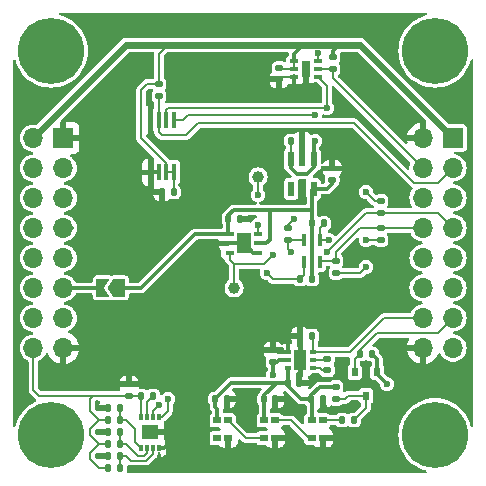
<source format=gbr>
%TF.GenerationSoftware,KiCad,Pcbnew,8.0.7*%
%TF.CreationDate,2024-12-29T21:32:39+01:00*%
%TF.ProjectId,stackflex_feature_air_qual,73746163-6b66-46c6-9578-5f6665617475,1*%
%TF.SameCoordinates,Original*%
%TF.FileFunction,Copper,L1,Top*%
%TF.FilePolarity,Positive*%
%FSLAX46Y46*%
G04 Gerber Fmt 4.6, Leading zero omitted, Abs format (unit mm)*
G04 Created by KiCad (PCBNEW 8.0.7) date 2024-12-29 21:32:39*
%MOMM*%
%LPD*%
G01*
G04 APERTURE LIST*
G04 Aperture macros list*
%AMRoundRect*
0 Rectangle with rounded corners*
0 $1 Rounding radius*
0 $2 $3 $4 $5 $6 $7 $8 $9 X,Y pos of 4 corners*
0 Add a 4 corners polygon primitive as box body*
4,1,4,$2,$3,$4,$5,$6,$7,$8,$9,$2,$3,0*
0 Add four circle primitives for the rounded corners*
1,1,$1+$1,$2,$3*
1,1,$1+$1,$4,$5*
1,1,$1+$1,$6,$7*
1,1,$1+$1,$8,$9*
0 Add four rect primitives between the rounded corners*
20,1,$1+$1,$2,$3,$4,$5,0*
20,1,$1+$1,$4,$5,$6,$7,0*
20,1,$1+$1,$6,$7,$8,$9,0*
20,1,$1+$1,$8,$9,$2,$3,0*%
%AMFreePoly0*
4,1,6,1.000000,0.000000,0.500000,-0.750000,-0.500000,-0.750000,-0.500000,0.750000,0.500000,0.750000,1.000000,0.000000,1.000000,0.000000,$1*%
%AMFreePoly1*
4,1,6,0.500000,-0.750000,-0.650000,-0.750000,-0.150000,0.000000,-0.650000,0.750000,0.500000,0.750000,0.500000,-0.750000,0.500000,-0.750000,$1*%
G04 Aperture macros list end*
%TA.AperFunction,SMDPad,CuDef*%
%ADD10RoundRect,0.135000X0.135000X0.185000X-0.135000X0.185000X-0.135000X-0.185000X0.135000X-0.185000X0*%
%TD*%
%TA.AperFunction,SMDPad,CuDef*%
%ADD11RoundRect,0.140000X-0.140000X-0.170000X0.140000X-0.170000X0.140000X0.170000X-0.140000X0.170000X0*%
%TD*%
%TA.AperFunction,SMDPad,CuDef*%
%ADD12RoundRect,0.135000X-0.135000X-0.185000X0.135000X-0.185000X0.135000X0.185000X-0.135000X0.185000X0*%
%TD*%
%TA.AperFunction,SMDPad,CuDef*%
%ADD13RoundRect,0.140000X0.170000X-0.140000X0.170000X0.140000X-0.170000X0.140000X-0.170000X-0.140000X0*%
%TD*%
%TA.AperFunction,ComponentPad*%
%ADD14R,1.700000X1.700000*%
%TD*%
%TA.AperFunction,ComponentPad*%
%ADD15O,1.700000X1.700000*%
%TD*%
%TA.AperFunction,ComponentPad*%
%ADD16C,5.600000*%
%TD*%
%TA.AperFunction,SMDPad,CuDef*%
%ADD17R,0.750000X0.300000*%
%TD*%
%TA.AperFunction,SMDPad,CuDef*%
%ADD18R,0.750000X1.450000*%
%TD*%
%TA.AperFunction,SMDPad,CuDef*%
%ADD19RoundRect,0.135000X-0.185000X0.135000X-0.185000X-0.135000X0.185000X-0.135000X0.185000X0.135000X0*%
%TD*%
%TA.AperFunction,SMDPad,CuDef*%
%ADD20RoundRect,0.135000X0.185000X-0.135000X0.185000X0.135000X-0.185000X0.135000X-0.185000X-0.135000X0*%
%TD*%
%TA.AperFunction,SMDPad,CuDef*%
%ADD21R,0.800000X0.450000*%
%TD*%
%TA.AperFunction,SMDPad,CuDef*%
%ADD22R,1.250000X1.700000*%
%TD*%
%TA.AperFunction,SMDPad,CuDef*%
%ADD23C,1.000000*%
%TD*%
%TA.AperFunction,SMDPad,CuDef*%
%ADD24R,0.450000X1.000000*%
%TD*%
%TA.AperFunction,SMDPad,CuDef*%
%ADD25RoundRect,0.140000X-0.170000X0.140000X-0.170000X-0.140000X0.170000X-0.140000X0.170000X0.140000X0*%
%TD*%
%TA.AperFunction,SMDPad,CuDef*%
%ADD26R,0.700000X0.600000*%
%TD*%
%TA.AperFunction,SMDPad,CuDef*%
%ADD27R,0.600000X1.250000*%
%TD*%
%TA.AperFunction,SMDPad,CuDef*%
%ADD28R,0.600000X0.350000*%
%TD*%
%TA.AperFunction,SMDPad,CuDef*%
%ADD29R,1.100000X1.700000*%
%TD*%
%TA.AperFunction,SMDPad,CuDef*%
%ADD30RoundRect,0.140000X0.140000X0.170000X-0.140000X0.170000X-0.140000X-0.170000X0.140000X-0.170000X0*%
%TD*%
%TA.AperFunction,SMDPad,CuDef*%
%ADD31R,0.300000X0.600000*%
%TD*%
%TA.AperFunction,SMDPad,CuDef*%
%ADD32R,1.400000X1.200000*%
%TD*%
%TA.AperFunction,SMDPad,CuDef*%
%ADD33R,0.450000X1.425000*%
%TD*%
%TA.AperFunction,SMDPad,CuDef*%
%ADD34R,0.600000X0.700000*%
%TD*%
%TA.AperFunction,SMDPad,CuDef*%
%ADD35FreePoly0,180.000000*%
%TD*%
%TA.AperFunction,SMDPad,CuDef*%
%ADD36FreePoly1,180.000000*%
%TD*%
%TA.AperFunction,ViaPad*%
%ADD37C,0.600000*%
%TD*%
%TA.AperFunction,Conductor*%
%ADD38C,0.200000*%
%TD*%
%TA.AperFunction,Conductor*%
%ADD39C,0.300000*%
%TD*%
%TA.AperFunction,Conductor*%
%ADD40C,0.600000*%
%TD*%
G04 APERTURE END LIST*
D10*
%TO.P,R4,1*%
%TO.N,+1V8*%
X5844000Y-3048000D03*
%TO.P,R4,2*%
%TO.N,SCL1_1-8V*%
X4824000Y-3048000D03*
%TD*%
D11*
%TO.P,C4,1*%
%TO.N,+1V8*%
X-1242000Y2032000D03*
%TO.P,C4,2*%
%TO.N,GND*%
X-282000Y2032000D03*
%TD*%
D12*
%TO.P,R3,1*%
%TO.N,+1V8*%
X5838000Y1656000D03*
%TO.P,R3,2*%
%TO.N,SDA1_1-8V*%
X6858000Y1656000D03*
%TD*%
D13*
%TO.P,C10,1*%
%TO.N,3V3_GPIO*%
X2540000Y-10048000D03*
%TO.P,C10,2*%
%TO.N,GND*%
X2540000Y-9088000D03*
%TD*%
D11*
%TO.P,C8,1*%
%TO.N,+5V*%
X5772000Y-13220000D03*
%TO.P,C8,2*%
%TO.N,GND*%
X6732000Y-13220000D03*
%TD*%
D14*
%TO.P,J2,1,Pin_1*%
%TO.N,3V3_GPIO*%
X17780000Y8890000D03*
D15*
%TO.P,J2,2,Pin_2*%
%TO.N,GND*%
X15240000Y8890000D03*
%TO.P,J2,3,Pin_3*%
%TO.N,IO41*%
X17780000Y6350000D03*
%TO.P,J2,4,Pin_4*%
%TO.N,IO42*%
X15240000Y6350000D03*
%TO.P,J2,5,Pin_5*%
%TO.N,unconnected-(J2-Pin_5-Pad5)*%
X17780000Y3810000D03*
%TO.P,J2,6,Pin_6*%
%TO.N,unconnected-(J2-Pin_6-Pad6)*%
X15240000Y3810000D03*
%TO.P,J2,7,Pin_7*%
%TO.N,IO40_SCL1*%
X17780000Y1270000D03*
%TO.P,J2,8,Pin_8*%
%TO.N,IO39_SDA1*%
X15240000Y1270000D03*
%TO.P,J2,9,Pin_9*%
%TO.N,IO37_CS1*%
X17780000Y-1270000D03*
%TO.P,J2,10,Pin_10*%
%TO.N,IO38_SCLK1*%
X15240000Y-1270000D03*
%TO.P,J2,11,Pin_11*%
%TO.N,IO35_MISO1*%
X17780000Y-3810000D03*
%TO.P,J2,12,Pin_12*%
%TO.N,IO36_MOSI1*%
X15240000Y-3810000D03*
%TO.P,J2,13,Pin_13*%
%TO.N,IO34*%
X17780000Y-6350000D03*
%TO.P,J2,14,Pin_14*%
%TO.N,IO48*%
X15240000Y-6350000D03*
%TO.P,J2,15,Pin_15*%
%TO.N,3V3_GPIO*%
X17780000Y-8890000D03*
%TO.P,J2,16,Pin_16*%
%TO.N,GND*%
X15240000Y-8890000D03*
%TD*%
D16*
%TO.P,H1,1*%
%TO.N,N/C*%
X-16256000Y16256000D03*
%TD*%
D12*
%TO.P,JP3,1,A*%
%TO.N,GND*%
X-11432000Y-13970000D03*
%TO.P,JP3,2,B*%
%TO.N,Net-(IC1-E0)*%
X-10412000Y-13970000D03*
%TD*%
D13*
%TO.P,C1,1*%
%TO.N,3V3_GPIO*%
X-9652000Y-12926000D03*
%TO.P,C1,2*%
%TO.N,GND*%
X-9652000Y-11966000D03*
%TD*%
D10*
%TO.P,R12,1*%
%TO.N,LED_SIG*%
X9400000Y-14986000D03*
%TO.P,R12,2*%
%TO.N,Net-(LED1-DIN)*%
X8380000Y-14986000D03*
%TD*%
D17*
%TO.P,IC4,1,VDD*%
%TO.N,3V3_GPIO*%
X4334000Y15382000D03*
%TO.P,IC4,2,ADDR*%
X4334000Y14732000D03*
%TO.P,IC4,3,GND*%
%TO.N,GND*%
X4334000Y14082000D03*
%TO.P,IC4,4,SCL*%
%TO.N,IO40_SCL1*%
X6334000Y14082000D03*
%TO.P,IC4,5,INT*%
%TO.N,IO42*%
X6334000Y14732000D03*
%TO.P,IC4,6,SDA*%
%TO.N,IO39_SDA1*%
X6334000Y15382000D03*
D18*
%TO.P,IC4,7,EP*%
%TO.N,GND*%
X5334000Y14732000D03*
%TD*%
D10*
%TO.P,JP1,1,A*%
%TO.N,Net-(IC1-~{WC})*%
X-7616000Y-12954000D03*
%TO.P,JP1,2,B*%
%TO.N,3V3_GPIO*%
X-8636000Y-12954000D03*
%TD*%
D16*
%TO.P,H2,1*%
%TO.N,N/C*%
X16256000Y16256000D03*
%TD*%
D19*
%TO.P,R1,1*%
%TO.N,3V3_GPIO*%
X3810000Y1272000D03*
%TO.P,R1,2*%
%TO.N,IO40_SCL1*%
X3810000Y252000D03*
%TD*%
%TO.P,R7,1*%
%TO.N,3V3_GPIO*%
X7620000Y15752000D03*
%TO.P,R7,2*%
%TO.N,IO42*%
X7620000Y14732000D03*
%TD*%
%TO.P,R6,1*%
%TO.N,3V3_GPIO*%
X11684000Y3558000D03*
%TO.P,R6,2*%
%TO.N,IO40_SCL1*%
X11684000Y2538000D03*
%TD*%
D20*
%TO.P,R5,1*%
%TO.N,3V3_GPIO*%
X11684000Y252000D03*
%TO.P,R5,2*%
%TO.N,IO39_SDA1*%
X11684000Y1272000D03*
%TD*%
D16*
%TO.P,H3,1*%
%TO.N,N/C*%
X-16256000Y-16256000D03*
%TD*%
D10*
%TO.P,JP6,1,A*%
%TO.N,Net-(IC1-E2)*%
X-10414000Y-19050000D03*
%TO.P,JP6,2,B*%
%TO.N,3V3_GPIO*%
X-11434000Y-19050000D03*
%TD*%
D12*
%TO.P,JP7,1,A*%
%TO.N,GND*%
X-11434000Y-18034000D03*
%TO.P,JP7,2,B*%
%TO.N,Net-(IC1-E2)*%
X-10414000Y-18034000D03*
%TD*%
D20*
%TO.P,R2,1*%
%TO.N,3V3_GPIO*%
X7874000Y-2542000D03*
%TO.P,R2,2*%
%TO.N,IO39_SDA1*%
X7874000Y-1522000D03*
%TD*%
D16*
%TO.P,H4,1*%
%TO.N,N/C*%
X16256000Y-16256000D03*
%TD*%
D21*
%TO.P,IC2,1,VDD*%
%TO.N,+1V8*%
X-1130000Y762000D03*
%TO.P,IC2,2,VSS*%
%TO.N,GND*%
X-1130000Y-38000D03*
%TO.P,IC2,3,SDA*%
%TO.N,SDA1_1-8V*%
X-1130000Y-838000D03*
%TO.P,IC2,4,R*%
%TO.N,GND*%
X1270000Y-838000D03*
%TO.P,IC2,5,VDDH*%
%TO.N,+1V8*%
X1270000Y-38000D03*
%TO.P,IC2,6,SCL*%
%TO.N,SCL1_1-8V*%
X1270000Y762000D03*
D22*
%TO.P,IC2,7,EP*%
%TO.N,GND*%
X70000Y-38000D03*
%TD*%
D10*
%TO.P,R10,1*%
%TO.N,3V3_GPIO*%
X10924000Y-9398000D03*
%TO.P,R10,2*%
%TO.N,IO34*%
X9904000Y-9398000D03*
%TD*%
D23*
%TO.P,TP2,1,1*%
%TO.N,SDA1_1-8V*%
X-762000Y-3810000D03*
%TD*%
D11*
%TO.P,C2,1*%
%TO.N,3V3_GPIO*%
X4064000Y8636000D03*
%TO.P,C2,2*%
%TO.N,GND*%
X5024000Y8636000D03*
%TD*%
D13*
%TO.P,C12,1*%
%TO.N,Net-(IC6-CP+)*%
X7146000Y-10782000D03*
%TO.P,C12,2*%
%TO.N,Net-(IC6-CP-)*%
X7146000Y-9822000D03*
%TD*%
D23*
%TO.P,TP3,1,1*%
%TO.N,SCL1_1-8V*%
X1270000Y5588000D03*
%TD*%
D24*
%TO.P,IC7,1,S1*%
%TO.N,SCL1_1-8V*%
X5192000Y-1646000D03*
%TO.P,IC7,2,G1*%
%TO.N,+1V8*%
X5842000Y-1646000D03*
%TO.P,IC7,3,D2*%
%TO.N,IO39_SDA1*%
X6492000Y-1646000D03*
%TO.P,IC7,4,S2*%
%TO.N,SDA1_1-8V*%
X6492000Y254000D03*
%TO.P,IC7,5,G2*%
%TO.N,+1V8*%
X5842000Y254000D03*
%TO.P,IC7,6,D1*%
%TO.N,IO40_SCL1*%
X5192000Y254000D03*
%TD*%
D20*
%TO.P,R11,1*%
%TO.N,LED_SIG*%
X7874000Y-13210000D03*
%TO.P,R11,2*%
%TO.N,+5V*%
X7874000Y-12190000D03*
%TD*%
D25*
%TO.P,C7,1*%
%TO.N,3V3_GPIO*%
X3048000Y14818000D03*
%TO.P,C7,2*%
%TO.N,GND*%
X3048000Y13858000D03*
%TD*%
D26*
%TO.P,LED2,1,VDD*%
%TO.N,+5V*%
X1810000Y-15022000D03*
%TO.P,LED2,2,DOUT*%
%TO.N,Net-(LED2-DOUT)*%
X1810000Y-16522000D03*
%TO.P,LED2,3,GND*%
%TO.N,GND*%
X2710000Y-16522000D03*
%TO.P,LED2,4,DIN*%
%TO.N,Net-(LED1-DOUT)*%
X2710000Y-15022000D03*
%TD*%
%TO.P,LED3,1,VDD*%
%TO.N,+5V*%
X-2177000Y-15022000D03*
%TO.P,LED3,2,DOUT*%
%TO.N,unconnected-(LED3-DOUT-Pad2)*%
X-2177000Y-16522000D03*
%TO.P,LED3,3,GND*%
%TO.N,GND*%
X-1277000Y-16522000D03*
%TO.P,LED3,4,DIN*%
%TO.N,Net-(LED2-DOUT)*%
X-1277000Y-15022000D03*
%TD*%
D11*
%TO.P,C6,1*%
%TO.N,+5V*%
X1764000Y-13220000D03*
%TO.P,C6,2*%
%TO.N,GND*%
X2724000Y-13220000D03*
%TD*%
D27*
%TO.P,IC5,1,IN*%
%TO.N,3V3_GPIO*%
X5964000Y7072000D03*
%TO.P,IC5,2,GND*%
%TO.N,GND*%
X5014000Y7072000D03*
%TO.P,IC5,3,EN*%
%TO.N,3V3_GPIO*%
X4064000Y7072000D03*
%TO.P,IC5,4,N/C*%
%TO.N,unconnected-(IC5-N{slash}C-Pad4)*%
X4064000Y4572000D03*
%TO.P,IC5,5,OUT*%
%TO.N,+1V8*%
X5964000Y4572000D03*
%TD*%
D19*
%TO.P,R8,1*%
%TO.N,3V3_GPIO*%
X-7112000Y13464000D03*
%TO.P,R8,2*%
%TO.N,IO41*%
X-7112000Y12444000D03*
%TD*%
D10*
%TO.P,JP4,1,A*%
%TO.N,Net-(IC1-E1)*%
X-10414000Y-17018000D03*
%TO.P,JP4,2,B*%
%TO.N,3V3_GPIO*%
X-11434000Y-17018000D03*
%TD*%
D26*
%TO.P,LED1,1,VDD*%
%TO.N,+5V*%
X5842000Y-15010000D03*
%TO.P,LED1,2,DOUT*%
%TO.N,Net-(LED1-DOUT)*%
X5842000Y-16510000D03*
%TO.P,LED1,3,GND*%
%TO.N,GND*%
X6742000Y-16510000D03*
%TO.P,LED1,4,DIN*%
%TO.N,Net-(LED1-DIN)*%
X6742000Y-15010000D03*
%TD*%
D10*
%TO.P,JP2,1,A*%
%TO.N,Net-(IC1-E0)*%
X-10412000Y-14986000D03*
%TO.P,JP2,2,B*%
%TO.N,3V3_GPIO*%
X-11432000Y-14986000D03*
%TD*%
D13*
%TO.P,C3,1*%
%TO.N,+1V8*%
X7554000Y5342000D03*
%TO.P,C3,2*%
%TO.N,GND*%
X7554000Y6302000D03*
%TD*%
D12*
%TO.P,JP5,1,A*%
%TO.N,GND*%
X-11432000Y-16002000D03*
%TO.P,JP5,2,B*%
%TO.N,Net-(IC1-E1)*%
X-10412000Y-16002000D03*
%TD*%
D10*
%TO.P,R9,1*%
%TO.N,IO48*%
X5844000Y-7874000D03*
%TO.P,R9,2*%
%TO.N,GND*%
X4824000Y-7874000D03*
%TD*%
D28*
%TO.P,IC6,1,GND*%
%TO.N,GND*%
X3810000Y-9256000D03*
%TO.P,IC6,2,VIN*%
%TO.N,3V3_GPIO*%
X3810000Y-9906000D03*
%TO.P,IC6,3,VOUT*%
%TO.N,+5V*%
X3810000Y-10556000D03*
%TO.P,IC6,4,CP+*%
%TO.N,Net-(IC6-CP+)*%
X5910000Y-10556000D03*
%TO.P,IC6,5,CP-*%
%TO.N,Net-(IC6-CP-)*%
X5910000Y-9906000D03*
%TO.P,IC6,6,ENA*%
%TO.N,IO48*%
X5910000Y-9256000D03*
D29*
%TO.P,IC6,7,EP*%
%TO.N,GND*%
X4860000Y-9906000D03*
%TD*%
D30*
%TO.P,C5,1*%
%TO.N,3V3_GPIO*%
X-5870000Y4318000D03*
%TO.P,C5,2*%
%TO.N,GND*%
X-6830000Y4318000D03*
%TD*%
D14*
%TO.P,J1,1,Pin_1*%
%TO.N,GND*%
X-15220000Y8875000D03*
D15*
%TO.P,J1,2,Pin_2*%
%TO.N,3V3_GPIO*%
X-17760000Y8875000D03*
%TO.P,J1,3,Pin_3*%
%TO.N,IO1*%
X-15220000Y6335000D03*
%TO.P,J1,4,Pin_4*%
%TO.N,IO2*%
X-17760000Y6335000D03*
%TO.P,J1,5,Pin_5*%
%TO.N,IO4_MOSI0*%
X-15220000Y3795000D03*
%TO.P,J1,6,Pin_6*%
%TO.N,IO5_MISO0*%
X-17760000Y3795000D03*
%TO.P,J1,7,Pin_7*%
%TO.N,IO6_SCLK0*%
X-15220000Y1255000D03*
%TO.P,J1,8,Pin_8*%
%TO.N,IO7_CS0*%
X-17760000Y1255000D03*
%TO.P,J1,9,Pin_9*%
%TO.N,IO8_SDA0*%
X-15220000Y-1285000D03*
%TO.P,J1,10,Pin_10*%
%TO.N,IO9_SCL0*%
X-17760000Y-1285000D03*
%TO.P,J1,11,Pin_11*%
%TO.N,Net-(J1-Pin_11)*%
X-15220000Y-3825000D03*
%TO.P,J1,12,Pin_12*%
%TO.N,unconnected-(J1-Pin_12-Pad12)*%
X-17760000Y-3825000D03*
%TO.P,J1,13,Pin_13*%
%TO.N,IO11*%
X-15220000Y-6365000D03*
%TO.P,J1,14,Pin_14*%
%TO.N,IO10*%
X-17760000Y-6365000D03*
%TO.P,J1,15,Pin_15*%
%TO.N,GND*%
X-15220000Y-8905000D03*
%TO.P,J1,16,Pin_16*%
%TO.N,3V3_GPIO*%
X-17760000Y-8905000D03*
%TD*%
D11*
%TO.P,C11,1*%
%TO.N,+5V*%
X3810000Y-11826000D03*
%TO.P,C11,2*%
%TO.N,GND*%
X4770000Y-11826000D03*
%TD*%
%TO.P,C9,1*%
%TO.N,+5V*%
X-2356000Y-13220000D03*
%TO.P,C9,2*%
%TO.N,GND*%
X-1396000Y-13220000D03*
%TD*%
D31*
%TO.P,IC1,1,E0*%
%TO.N,Net-(IC1-E0)*%
X-8638000Y-17332000D03*
%TO.P,IC1,2,E1*%
%TO.N,Net-(IC1-E1)*%
X-8138000Y-17332000D03*
%TO.P,IC1,3,E2*%
%TO.N,Net-(IC1-E2)*%
X-7638000Y-17332000D03*
%TO.P,IC1,4,VSS*%
%TO.N,GND*%
X-7138000Y-17332000D03*
%TO.P,IC1,5,SDA*%
%TO.N,IO8_SDA0*%
X-7138000Y-14732000D03*
%TO.P,IC1,6,SCL*%
%TO.N,IO9_SCL0*%
X-7638000Y-14732000D03*
%TO.P,IC1,7,~{WC}*%
%TO.N,Net-(IC1-~{WC})*%
X-8138000Y-14732000D03*
%TO.P,IC1,8,VCC*%
%TO.N,3V3_GPIO*%
X-8638000Y-14732000D03*
D32*
%TO.P,IC1,9,EP*%
%TO.N,GND*%
X-7888000Y-16032000D03*
%TD*%
D33*
%TO.P,IC3,1,SDA*%
%TO.N,IO39_SDA1*%
X-5842000Y10414000D03*
%TO.P,IC3,2,SCL*%
%TO.N,IO40_SCL1*%
X-6492000Y10414000D03*
%TO.P,IC3,3,OS*%
%TO.N,IO41*%
X-7142000Y10414000D03*
%TO.P,IC3,4,GND*%
%TO.N,GND*%
X-7792000Y10414000D03*
%TO.P,IC3,5,A2*%
X-7792000Y5990000D03*
%TO.P,IC3,6,A1*%
X-7142000Y5990000D03*
%TO.P,IC3,7,A0*%
%TO.N,3V3_GPIO*%
X-6492000Y5990000D03*
%TO.P,IC3,8,VCC*%
X-5842000Y5990000D03*
%TD*%
D34*
%TO.P,Q3,1,G*%
%TO.N,3V3_GPIO*%
X11364000Y-10938000D03*
%TO.P,Q3,2,S*%
%TO.N,IO34*%
X9464000Y-10938000D03*
%TO.P,Q3,3,D*%
%TO.N,LED_SIG*%
X10414000Y-12938000D03*
%TD*%
D35*
%TO.P,JP8,1,A*%
%TO.N,+1V8*%
X-10488000Y-3810000D03*
D36*
%TO.P,JP8,2,B*%
%TO.N,Net-(J1-Pin_11)*%
X-11938000Y-3810000D03*
%TD*%
D37*
%TO.N,IO40_SCL1*%
X7112000Y-762000D03*
%TO.N,IO8_SDA0*%
X-6350000Y-13208000D03*
%TO.N,GND*%
X-6350000Y-17018000D03*
X-12192000Y-13970000D03*
X11684000Y6858000D03*
X7366000Y-14224000D03*
X-17780000Y11938000D03*
X4572000Y12700000D03*
X-12192000Y-18034000D03*
X0Y-14224000D03*
X2794000Y5842000D03*
X-11176000Y18034000D03*
X9144000Y11176000D03*
X12700000Y-4826000D03*
X-12192000Y-16002000D03*
X4318000Y-14224000D03*
X12700000Y-9906000D03*
X17780000Y12192000D03*
X670000Y2089687D03*
%TO.N,IO9_SCL0*%
X-7112000Y-13716000D03*
%TO.N,3V3_GPIO*%
X12192000Y-11938000D03*
X6096000Y8636000D03*
X10414000Y4318000D03*
X254000Y16764000D03*
X10414000Y254000D03*
X2540000Y-11176000D03*
X10414000Y-2032000D03*
X4318000Y2032000D03*
%TO.N,IO40_SCL1*%
X7112000Y11430000D03*
%TO.N,IO39_SDA1*%
X6350000Y16114000D03*
X6054429Y10830000D03*
%TO.N,IO40_SCL1*%
X4064000Y-762000D03*
%TO.N,SCL1_1-8V*%
X1270000Y4064000D03*
X1270000Y1524000D03*
X2032000Y-2540000D03*
%TO.N,SDA1_1-8V*%
X7274000Y254000D03*
X2540000Y-1016000D03*
%TD*%
D38*
%TO.N,IO40_SCL1*%
X7112000Y-756529D02*
X7112000Y-762000D01*
X8630529Y762000D02*
X7112000Y-756529D01*
X8636000Y762000D02*
X8630529Y762000D01*
X10412000Y2538000D02*
X8636000Y762000D01*
X11684000Y2538000D02*
X10412000Y2538000D01*
%TO.N,IO39_SDA1*%
X7874000Y-762000D02*
X7874000Y-1522000D01*
X9908000Y1272000D02*
X7874000Y-762000D01*
X11684000Y1272000D02*
X9908000Y1272000D01*
%TO.N,IO8_SDA0*%
X-6350000Y-13208000D02*
X-6350000Y-14211000D01*
X-6871000Y-14732000D02*
X-7138000Y-14732000D01*
X-6350000Y-14211000D02*
X-6871000Y-14732000D01*
%TO.N,GND*%
X5024000Y8636000D02*
X5024000Y7082000D01*
X-11432000Y-16002000D02*
X-12192000Y-16002000D01*
X-12192000Y-13970000D02*
X-11432000Y-13970000D01*
D39*
X-7142000Y5990000D02*
X-7792000Y5990000D01*
D38*
X612313Y2032000D02*
X670000Y2089687D01*
X6732000Y-13590000D02*
X7366000Y-14224000D01*
D39*
X-6350000Y-17018000D02*
X-6664000Y-17332000D01*
X870000Y-838000D02*
X70000Y-38000D01*
X-6664000Y-17332000D02*
X-7138000Y-17332000D01*
D38*
X6732000Y-13220000D02*
X6732000Y-13590000D01*
X3272000Y14082000D02*
X3048000Y13858000D01*
D39*
X1270000Y-838000D02*
X870000Y-838000D01*
D38*
X-282000Y2032000D02*
X612313Y2032000D01*
X4334000Y14082000D02*
X3272000Y14082000D01*
X5024000Y7082000D02*
X5014000Y7072000D01*
X-11434000Y-18034000D02*
X-12192000Y-18034000D01*
D39*
X-1130000Y-38000D02*
X70000Y-38000D01*
D38*
%TO.N,IO9_SCL0*%
X-7638000Y-14732000D02*
X-7638000Y-14242000D01*
X-7620000Y-14714000D02*
X-7638000Y-14732000D01*
X-7638000Y-14242000D02*
X-7112000Y-13716000D01*
D39*
%TO.N,IO6_SCLK0*%
X-14477182Y1255000D02*
X-15220000Y1255000D01*
%TO.N,3V3_GPIO*%
X5964000Y6397000D02*
X5409000Y5842000D01*
D38*
X-17300000Y-12926000D02*
X-17760000Y-12466000D01*
X-7112000Y13464000D02*
X-7112000Y16002000D01*
X11684000Y252000D02*
X10416000Y252000D01*
X-11434000Y-17018000D02*
X-12192000Y-17018000D01*
D39*
X2540000Y-10048000D02*
X2540000Y-11176000D01*
D38*
X-12192000Y-17018000D02*
X-12954000Y-17780000D01*
D39*
X5964000Y7072000D02*
X5964000Y8504000D01*
D40*
X-9871000Y16764000D02*
X-6350000Y16764000D01*
D39*
X2906000Y-10048000D02*
X3048000Y-9906000D01*
D38*
X-8638000Y-14732000D02*
X-8638000Y-12956000D01*
X4064000Y8636000D02*
X4064000Y7072000D01*
D39*
X5964000Y7072000D02*
X5964000Y6397000D01*
D38*
X-8638000Y-12956000D02*
X-8636000Y-12954000D01*
X-6492000Y6746000D02*
X-6492000Y5990000D01*
X-12954000Y-15748000D02*
X-12954000Y-16256000D01*
D40*
X254000Y16764000D02*
X5080000Y16764000D01*
D38*
X-12954000Y-18288000D02*
X-12192000Y-19050000D01*
D39*
X4826000Y16510000D02*
X4334000Y16018000D01*
D38*
X10416000Y252000D02*
X10414000Y254000D01*
D39*
X3048000Y-9906000D02*
X3810000Y-9906000D01*
D38*
X3810000Y1272000D02*
X3810000Y1524000D01*
D39*
X5409000Y5842000D02*
X4572000Y5842000D01*
X4572000Y5842000D02*
X4064000Y6350000D01*
X4064000Y6350000D02*
X4064000Y7072000D01*
D38*
X-7112000Y13464000D02*
X-8126000Y13464000D01*
D40*
X8128000Y16764000D02*
X5080000Y16764000D01*
D38*
X4334000Y14732000D02*
X4334000Y15382000D01*
X11684000Y3558000D02*
X11174000Y3558000D01*
D39*
X11364000Y-11110000D02*
X12192000Y-11938000D01*
D38*
X-12954000Y-14224000D02*
X-12192000Y-14986000D01*
X7874000Y-2542000D02*
X9904000Y-2542000D01*
X3134000Y14732000D02*
X3048000Y14818000D01*
X-8636000Y-12954000D02*
X-9370000Y-12954000D01*
X-8126000Y13464000D02*
X-8636000Y12954000D01*
X-17760000Y-12466000D02*
X-17760000Y-8905000D01*
X-5870000Y5962000D02*
X-5842000Y5990000D01*
X-12192000Y-19050000D02*
X-11434000Y-19050000D01*
X-11432000Y-14986000D02*
X-12192000Y-14986000D01*
X-7112000Y16002000D02*
X-6350000Y16764000D01*
X3810000Y1524000D02*
X4318000Y2032000D01*
D39*
X5080000Y16764000D02*
X4826000Y16510000D01*
D38*
X-8636000Y12954000D02*
X-8636000Y8890000D01*
D39*
X7620000Y16256000D02*
X7620000Y15752000D01*
X8128000Y16764000D02*
X7620000Y16256000D01*
D40*
X-6350000Y16764000D02*
X-5334000Y16764000D01*
D38*
X-5842000Y5990000D02*
X-6492000Y5990000D01*
X-12192000Y-14986000D02*
X-12954000Y-15748000D01*
D39*
X4334000Y16018000D02*
X4334000Y15382000D01*
D38*
X-12954000Y-16256000D02*
X-12192000Y-17018000D01*
X-9370000Y-12954000D02*
X-9398000Y-12926000D01*
X-5870000Y4318000D02*
X-5870000Y5962000D01*
X-12700000Y-12926000D02*
X-12954000Y-13180000D01*
X-12954000Y-13180000D02*
X-12954000Y-14224000D01*
D40*
X-17760000Y8875000D02*
X-9871000Y16764000D01*
D38*
X11174000Y3558000D02*
X10414000Y4318000D01*
D40*
X8128000Y16764000D02*
X9906000Y16764000D01*
D38*
X-9398000Y-12926000D02*
X-17300000Y-12926000D01*
D39*
X2540000Y-10048000D02*
X2906000Y-10048000D01*
X11364000Y-9838000D02*
X10924000Y-9398000D01*
D38*
X4334000Y14732000D02*
X3134000Y14732000D01*
X-8636000Y8890000D02*
X-6492000Y6746000D01*
D40*
X254000Y16764000D02*
X-5334000Y16764000D01*
X9906000Y16764000D02*
X17780000Y8890000D01*
D39*
X11364000Y-10938000D02*
X11364000Y-9838000D01*
D38*
X9904000Y-2542000D02*
X10414000Y-2032000D01*
D39*
X11364000Y-10938000D02*
X11364000Y-11110000D01*
D38*
X-12954000Y-17780000D02*
X-12954000Y-18288000D01*
D39*
X5964000Y8504000D02*
X6096000Y8636000D01*
D38*
%TO.N,IO34*%
X11362001Y-7620000D02*
X16510000Y-7620000D01*
X9464000Y-10938000D02*
X9464000Y-9838000D01*
X9904000Y-9078001D02*
X11362001Y-7620000D01*
X9904000Y-9398000D02*
X9904000Y-9078001D01*
X9464000Y-9838000D02*
X9904000Y-9398000D01*
X16510000Y-7620000D02*
X17780000Y-6350000D01*
%TO.N,IO41*%
X-7142000Y12414000D02*
X-7112000Y12444000D01*
X16510000Y5080000D02*
X17780000Y6350000D01*
X-7142000Y10414000D02*
X-7142000Y9428000D01*
X-7142000Y10414000D02*
X-7142000Y12414000D01*
X-4826000Y9144000D02*
X-3810000Y10160000D01*
X9398000Y10160000D02*
X14478000Y5080000D01*
X14478000Y5080000D02*
X16510000Y5080000D01*
X-3810000Y10160000D02*
X9398000Y10160000D01*
X-7142000Y9428000D02*
X-6858000Y9144000D01*
X-6858000Y9144000D02*
X-4826000Y9144000D01*
%TO.N,IO48*%
X9046000Y-9242000D02*
X11938000Y-6350000D01*
X5910000Y-9256000D02*
X5924000Y-9242000D01*
X5910000Y-7940000D02*
X5844000Y-7874000D01*
X5910000Y-9256000D02*
X5910000Y-7940000D01*
X5924000Y-9242000D02*
X6858000Y-9242000D01*
X11938000Y-6350000D02*
X15240000Y-6350000D01*
X6858000Y-9242000D02*
X9046000Y-9242000D01*
%TO.N,IO40_SCL1*%
X7112000Y11430000D02*
X7112000Y13304000D01*
X-6492000Y11288000D02*
X-6350000Y11430000D01*
X17780000Y1270000D02*
X16510000Y2540000D01*
X7112000Y13304000D02*
X6334000Y14082000D01*
X-6492000Y10414000D02*
X-6492000Y11288000D01*
X16508000Y2538000D02*
X16510000Y2540000D01*
X-6350000Y11430000D02*
X7112000Y11430000D01*
%TO.N,IO39_SDA1*%
X7874000Y-1522000D02*
X6616000Y-1522000D01*
X6616000Y-1522000D02*
X6492000Y-1646000D01*
%TO.N,IO40_SCL1*%
X11684000Y2538000D02*
X16508000Y2538000D01*
%TO.N,IO39_SDA1*%
X-4664000Y10830000D02*
X-5080000Y10414000D01*
X12700000Y1272000D02*
X12702000Y1270000D01*
X6334000Y16098000D02*
X6350000Y16114000D01*
X6334000Y15382000D02*
X6334000Y16098000D01*
X-5080000Y10414000D02*
X-5842000Y10414000D01*
X11684000Y1272000D02*
X12700000Y1272000D01*
X6054429Y10830000D02*
X-4664000Y10830000D01*
%TO.N,IO40_SCL1*%
X3810000Y-508000D02*
X4064000Y-762000D01*
X3812000Y254000D02*
X3810000Y252000D01*
X3810000Y252000D02*
X3810000Y-508000D01*
X5192000Y254000D02*
X3812000Y254000D01*
%TO.N,IO39_SDA1*%
X15240000Y1270000D02*
X12702000Y1270000D01*
%TO.N,IO42*%
X7620000Y13970000D02*
X15240000Y6350000D01*
X6334000Y14732000D02*
X7620000Y14732000D01*
X7620000Y14732000D02*
X7620000Y13970000D01*
D39*
X15128000Y6462000D02*
X15240000Y6350000D01*
D38*
%TO.N,Net-(IC1-E0)*%
X-9144000Y-15748000D02*
X-9144000Y-16826000D01*
X-9906000Y-14986000D02*
X-9144000Y-15748000D01*
X-10412000Y-14986000D02*
X-9906000Y-14986000D01*
X-10412000Y-13970000D02*
X-10412000Y-14986000D01*
X-9144000Y-16826000D02*
X-8638000Y-17332000D01*
%TO.N,Net-(IC1-~{WC})*%
X-8138000Y-13476000D02*
X-7616000Y-12954000D01*
X-8138000Y-14732000D02*
X-8138000Y-13476000D01*
%TO.N,Net-(IC1-E1)*%
X-10412000Y-17016000D02*
X-10414000Y-17018000D01*
X-8890000Y-18034000D02*
X-8382000Y-18034000D01*
X-10414000Y-17018000D02*
X-9906000Y-17018000D01*
X-8138000Y-17790000D02*
X-8138000Y-17332000D01*
X-10412000Y-16002000D02*
X-10412000Y-17016000D01*
X-9906000Y-17018000D02*
X-8890000Y-18034000D01*
X-8382000Y-18034000D02*
X-8138000Y-17790000D01*
%TO.N,Net-(IC1-E2)*%
X-10414000Y-18034000D02*
X-9906000Y-18034000D01*
X-10414000Y-19050000D02*
X-10414000Y-18034000D01*
X-9506000Y-18434000D02*
X-8216314Y-18434000D01*
X-8216314Y-18434000D02*
X-7638000Y-17855686D01*
X-9906000Y-18034000D02*
X-9506000Y-18434000D01*
X-7638000Y-17855686D02*
X-7638000Y-17332000D01*
%TO.N,Net-(LED1-DOUT)*%
X5842000Y-16510000D02*
X5588000Y-16510000D01*
X5588000Y-16510000D02*
X4100000Y-15022000D01*
X4100000Y-15022000D02*
X2710000Y-15022000D01*
D39*
%TO.N,+1V8*%
X5844000Y-1648000D02*
X5842000Y-1646000D01*
X5838000Y4446000D02*
X5964000Y4572000D01*
X-1242000Y2032000D02*
X-1242000Y874000D01*
X2286000Y2794000D02*
X5838000Y2794000D01*
X2286000Y2794000D02*
X2286000Y278000D01*
X-1130000Y762000D02*
X-4064000Y762000D01*
X-1242000Y2032000D02*
X-1242000Y2341999D01*
X7112000Y4572000D02*
X5964000Y4572000D01*
X5838000Y2794000D02*
X5838000Y4446000D01*
X1970000Y-38000D02*
X1270000Y-38000D01*
X-789999Y2794000D02*
X2286000Y2794000D01*
X7554000Y5342000D02*
X7554000Y5014000D01*
X-8636000Y-3810000D02*
X-10488000Y-3810000D01*
X-1242000Y2341999D02*
X-789999Y2794000D01*
X5844000Y-3048000D02*
X5844000Y-1648000D01*
X5842000Y-1646000D02*
X5842000Y254000D01*
X7554000Y5014000D02*
X7112000Y4572000D01*
X-1242000Y874000D02*
X-1130000Y762000D01*
X5838000Y1656000D02*
X5838000Y2794000D01*
X5838000Y1656000D02*
X5838000Y258000D01*
X5838000Y258000D02*
X5842000Y254000D01*
X2286000Y278000D02*
X1970000Y-38000D01*
X-4064000Y762000D02*
X-8636000Y-3810000D01*
D38*
%TO.N,Net-(LED2-DOUT)*%
X1810000Y-16522000D02*
X223000Y-16522000D01*
X223000Y-16522000D02*
X-1277000Y-15022000D01*
%TO.N,SCL1_1-8V*%
X5192000Y-2680000D02*
X4824000Y-3048000D01*
X5192000Y-1646000D02*
X5192000Y-2680000D01*
X4824000Y-3048000D02*
X2540000Y-3048000D01*
X2540000Y-3048000D02*
X2032000Y-2540000D01*
X1270000Y1524000D02*
X1270000Y762000D01*
X1270000Y4064000D02*
X1270000Y5588000D01*
%TO.N,SDA1_1-8V*%
X6492000Y254000D02*
X7274000Y254000D01*
X1778000Y-1778000D02*
X2540000Y-1016000D01*
X-1130000Y-838000D02*
X-1130000Y-1410000D01*
X-762000Y-1778000D02*
X1778000Y-1778000D01*
X-762000Y-1778000D02*
X-762000Y-3810000D01*
X6492000Y254000D02*
X6492000Y1290000D01*
X-1130000Y-1410000D02*
X-762000Y-1778000D01*
X6492000Y1290000D02*
X6858000Y1656000D01*
D39*
%TO.N,Net-(J1-Pin_11)*%
X-11938000Y-3810000D02*
X-15205000Y-3810000D01*
X-15205000Y-3810000D02*
X-15220000Y-3825000D01*
%TO.N,+5V*%
X-1008846Y-11826000D02*
X2848001Y-11826000D01*
X5772000Y-12910001D02*
X5772000Y-13220000D01*
X5842000Y-13290000D02*
X5772000Y-13220000D01*
X1810000Y-13266000D02*
X1764000Y-13220000D01*
X-2177000Y-14079000D02*
X-2356000Y-13900000D01*
X5772000Y-13220000D02*
X4894001Y-13220000D01*
X1764000Y-12910001D02*
X2848001Y-11826000D01*
X-2356000Y-13220000D02*
X-2356000Y-13173154D01*
X4894001Y-13220000D02*
X3810000Y-12135999D01*
X7874000Y-12190000D02*
X6492001Y-12190000D01*
X-2177000Y-15022000D02*
X-2177000Y-14079000D01*
X1810000Y-15022000D02*
X1810000Y-13266000D01*
X2848001Y-11826000D02*
X3810000Y-11826000D01*
X6492001Y-12190000D02*
X5772000Y-12910001D01*
X3810000Y-12135999D02*
X3810000Y-11826000D01*
X-2356000Y-13173154D02*
X-1008846Y-11826000D01*
X3810000Y-10556000D02*
X3810000Y-11826000D01*
X-2356000Y-13900000D02*
X-2356000Y-13220000D01*
X5842000Y-15010000D02*
X5842000Y-13290000D01*
X1764000Y-13220000D02*
X1764000Y-12910001D01*
D38*
%TO.N,Net-(IC6-CP+)*%
X6492000Y-10556000D02*
X5910000Y-10556000D01*
X6718000Y-10782000D02*
X6492000Y-10556000D01*
X7146000Y-10782000D02*
X6718000Y-10782000D01*
%TO.N,Net-(IC6-CP-)*%
X5910000Y-9906000D02*
X7062000Y-9906000D01*
X7062000Y-9906000D02*
X7146000Y-9822000D01*
%TO.N,Net-(LED1-DIN)*%
X6766000Y-14986000D02*
X6742000Y-15010000D01*
X8380000Y-14986000D02*
X6766000Y-14986000D01*
%TO.N,LED_SIG*%
X7874000Y-13210000D02*
X8634000Y-13210000D01*
X10414000Y-13972000D02*
X9400000Y-14986000D01*
X8634000Y-13210000D02*
X8906000Y-12938000D01*
X10414000Y-12938000D02*
X10414000Y-13972000D01*
X8906000Y-12938000D02*
X10414000Y-12938000D01*
%TD*%
%TA.AperFunction,Conductor*%
%TO.N,GND*%
G36*
X1528074Y-12296185D02*
G01*
X1573829Y-12348989D01*
X1583773Y-12418147D01*
X1554748Y-12481703D01*
X1548716Y-12488181D01*
X1403513Y-12633383D01*
X1403506Y-12633392D01*
X1384389Y-12666503D01*
X1350641Y-12704268D01*
X1309001Y-12735001D01*
X1230147Y-12841844D01*
X1186291Y-12967173D01*
X1186289Y-12967185D01*
X1183500Y-12996929D01*
X1183500Y-13443070D01*
X1186289Y-13472814D01*
X1186291Y-13472826D01*
X1230147Y-13598157D01*
X1230148Y-13598158D01*
X1308999Y-13704998D01*
X1309128Y-13705093D01*
X1309235Y-13705234D01*
X1315572Y-13711571D01*
X1314705Y-13712437D01*
X1351382Y-13760738D01*
X1359500Y-13804867D01*
X1359500Y-14357087D01*
X1339815Y-14424126D01*
X1295927Y-14462154D01*
X1296713Y-14463301D01*
X1287236Y-14469792D01*
X1207793Y-14549236D01*
X1162415Y-14652006D01*
X1162415Y-14652008D01*
X1159500Y-14677131D01*
X1159500Y-15366856D01*
X1159502Y-15366882D01*
X1162413Y-15391987D01*
X1162415Y-15391991D01*
X1207793Y-15494764D01*
X1207794Y-15494765D01*
X1287235Y-15574206D01*
X1390009Y-15619585D01*
X1415135Y-15622500D01*
X1953942Y-15622499D01*
X2020980Y-15642183D01*
X2066735Y-15694987D01*
X2076679Y-15764146D01*
X2047654Y-15827702D01*
X2028253Y-15845765D01*
X2002811Y-15864810D01*
X2002804Y-15864817D01*
X1997567Y-15871814D01*
X1941632Y-15913683D01*
X1898303Y-15921500D01*
X1415143Y-15921500D01*
X1415117Y-15921502D01*
X1390012Y-15924413D01*
X1390008Y-15924415D01*
X1287235Y-15969793D01*
X1207794Y-16049234D01*
X1201301Y-16058714D01*
X1199921Y-16057768D01*
X1163436Y-16100963D01*
X1096650Y-16121490D01*
X1095088Y-16121500D01*
X440255Y-16121500D01*
X373216Y-16101815D01*
X352574Y-16085181D01*
X-590182Y-15142425D01*
X-623667Y-15081102D01*
X-626501Y-15054744D01*
X-626501Y-14677143D01*
X-626501Y-14677136D01*
X-626503Y-14677117D01*
X-629414Y-14652012D01*
X-629415Y-14652010D01*
X-629415Y-14652009D01*
X-674794Y-14549235D01*
X-754235Y-14469794D01*
X-771538Y-14462154D01*
X-857008Y-14424415D01*
X-882132Y-14421500D01*
X-1602500Y-14421500D01*
X-1669539Y-14401815D01*
X-1715294Y-14349011D01*
X-1726500Y-14297500D01*
X-1726500Y-14146905D01*
X-1706815Y-14079866D01*
X-1676952Y-14047744D01*
X-1646000Y-14024504D01*
X-1646000Y-14024503D01*
X-1146000Y-14024503D01*
X-999805Y-13982031D01*
X-860626Y-13899721D01*
X-860617Y-13899714D01*
X-746286Y-13785383D01*
X-746279Y-13785374D01*
X-663969Y-13646195D01*
X-663967Y-13646190D01*
X-618856Y-13490918D01*
X-618855Y-13490912D01*
X-617210Y-13470000D01*
X-1146000Y-13470000D01*
X-1146000Y-14024503D01*
X-1646000Y-14024503D01*
X-1646000Y-13344000D01*
X-1626315Y-13276961D01*
X-1573511Y-13231206D01*
X-1522000Y-13220000D01*
X-1396000Y-13220000D01*
X-1396000Y-13094000D01*
X-1376315Y-13026961D01*
X-1323511Y-12981206D01*
X-1272000Y-12970000D01*
X-617210Y-12970000D01*
X-618855Y-12949089D01*
X-663969Y-12793804D01*
X-746279Y-12654625D01*
X-746286Y-12654616D01*
X-860617Y-12540285D01*
X-860625Y-12540279D01*
X-864666Y-12537889D01*
X-912348Y-12486818D01*
X-924849Y-12418076D01*
X-898201Y-12353487D01*
X-889239Y-12343495D01*
X-858559Y-12312815D01*
X-797237Y-12279333D01*
X-770881Y-12276500D01*
X1461035Y-12276500D01*
X1528074Y-12296185D01*
G37*
%TD.AperFunction*%
%TA.AperFunction,Conductor*%
G36*
X3604754Y-12567959D02*
G01*
X3607810Y-12570912D01*
X4617387Y-13580489D01*
X4720114Y-13639799D01*
X4744322Y-13646284D01*
X4744325Y-13646286D01*
X4744326Y-13646286D01*
X4765125Y-13651859D01*
X4834692Y-13670500D01*
X5231140Y-13670500D01*
X5298179Y-13690185D01*
X5311777Y-13701143D01*
X5316999Y-13704997D01*
X5317001Y-13704999D01*
X5341134Y-13722810D01*
X5383384Y-13778455D01*
X5391500Y-13822579D01*
X5391500Y-14345087D01*
X5371815Y-14412126D01*
X5327927Y-14450154D01*
X5328713Y-14451301D01*
X5319236Y-14457792D01*
X5239793Y-14537236D01*
X5194415Y-14640006D01*
X5194415Y-14640008D01*
X5191500Y-14665131D01*
X5191500Y-15247745D01*
X5171815Y-15314784D01*
X5119011Y-15360539D01*
X5049853Y-15370483D01*
X4986297Y-15341458D01*
X4979819Y-15335426D01*
X4345915Y-14701522D01*
X4345913Y-14701520D01*
X4300250Y-14675156D01*
X4254589Y-14648793D01*
X4203657Y-14635146D01*
X4152727Y-14621500D01*
X4152726Y-14621500D01*
X3424912Y-14621500D01*
X3357873Y-14601815D01*
X3319845Y-14557928D01*
X3318699Y-14558714D01*
X3312205Y-14549234D01*
X3232765Y-14469794D01*
X3129992Y-14424415D01*
X3104868Y-14421500D01*
X2384500Y-14421500D01*
X2317461Y-14401815D01*
X2271706Y-14349011D01*
X2260500Y-14297500D01*
X2260500Y-14127630D01*
X2280185Y-14060591D01*
X2332989Y-14014836D01*
X2402147Y-14004892D01*
X2419094Y-14008553D01*
X2474000Y-14024504D01*
X2474000Y-14024503D01*
X2974000Y-14024503D01*
X3120195Y-13982031D01*
X3259374Y-13899721D01*
X3259383Y-13899714D01*
X3373714Y-13785383D01*
X3373721Y-13785374D01*
X3456031Y-13646195D01*
X3456033Y-13646190D01*
X3501144Y-13490918D01*
X3501145Y-13490912D01*
X3502790Y-13470000D01*
X2974000Y-13470000D01*
X2974000Y-14024503D01*
X2474000Y-14024503D01*
X2474000Y-13344000D01*
X2493685Y-13276961D01*
X2546489Y-13231206D01*
X2598000Y-13220000D01*
X2724000Y-13220000D01*
X2724000Y-13094000D01*
X2743685Y-13026961D01*
X2796489Y-12981206D01*
X2848000Y-12970000D01*
X3502790Y-12970000D01*
X3501145Y-12949089D01*
X3456031Y-12793804D01*
X3413397Y-12721714D01*
X3396214Y-12653991D01*
X3418374Y-12587728D01*
X3472840Y-12543964D01*
X3542320Y-12536595D01*
X3604754Y-12567959D01*
G37*
%TD.AperFunction*%
%TA.AperFunction,Conductor*%
G36*
X6925039Y-13239685D02*
G01*
X6970794Y-13292489D01*
X6982000Y-13344000D01*
X6982000Y-14024503D01*
X7128195Y-13982031D01*
X7267374Y-13899721D01*
X7267383Y-13899714D01*
X7387236Y-13779862D01*
X7388759Y-13781385D01*
X7436432Y-13746950D01*
X7506199Y-13743155D01*
X7518733Y-13746813D01*
X7607119Y-13777741D01*
X7614735Y-13778455D01*
X7636543Y-13780500D01*
X8111456Y-13780499D01*
X8140879Y-13777741D01*
X8264794Y-13734381D01*
X8370423Y-13656423D01*
X8370428Y-13656415D01*
X8376997Y-13649849D01*
X8379007Y-13651859D01*
X8422787Y-13618617D01*
X8466914Y-13610500D01*
X8686725Y-13610500D01*
X8686727Y-13610500D01*
X8788588Y-13583207D01*
X8879913Y-13530480D01*
X9035574Y-13374819D01*
X9096897Y-13341334D01*
X9123255Y-13338500D01*
X9727011Y-13338500D01*
X9794050Y-13358185D01*
X9839805Y-13410989D01*
X9840392Y-13412295D01*
X9861794Y-13460765D01*
X9861795Y-13460766D01*
X9941234Y-13540205D01*
X9950714Y-13546699D01*
X9949768Y-13548078D01*
X9992963Y-13584564D01*
X10013490Y-13651350D01*
X10013500Y-13652912D01*
X10013500Y-13754744D01*
X9993815Y-13821783D01*
X9977181Y-13842425D01*
X9490424Y-14329181D01*
X9429101Y-14362666D01*
X9402744Y-14365500D01*
X9212546Y-14365500D01*
X9183125Y-14368258D01*
X9183115Y-14368260D01*
X9059205Y-14411619D01*
X9059204Y-14411619D01*
X8963633Y-14482154D01*
X8898004Y-14506125D01*
X8829834Y-14490809D01*
X8816367Y-14482154D01*
X8720794Y-14411619D01*
X8596880Y-14368258D01*
X8567461Y-14365500D01*
X8192546Y-14365500D01*
X8163125Y-14368258D01*
X8163115Y-14368260D01*
X8039207Y-14411618D01*
X7933577Y-14489577D01*
X7933574Y-14489580D01*
X7899954Y-14535134D01*
X7844306Y-14577384D01*
X7800184Y-14585500D01*
X7442629Y-14585500D01*
X7375590Y-14565815D01*
X7353412Y-14544278D01*
X7352331Y-14545360D01*
X7264765Y-14457794D01*
X7161992Y-14412415D01*
X7136868Y-14409500D01*
X6416500Y-14409500D01*
X6349461Y-14389815D01*
X6303706Y-14337011D01*
X6292500Y-14285500D01*
X6292500Y-14134602D01*
X6312185Y-14067563D01*
X6364989Y-14021808D01*
X6434147Y-14011864D01*
X6451095Y-14015526D01*
X6482000Y-14024504D01*
X6482000Y-13344000D01*
X6501685Y-13276961D01*
X6554489Y-13231206D01*
X6606000Y-13220000D01*
X6858000Y-13220000D01*
X6925039Y-13239685D01*
G37*
%TD.AperFunction*%
%TA.AperFunction,Conductor*%
G36*
X15503351Y19479815D02*
G01*
X15549106Y19427011D01*
X15559050Y19357853D01*
X15530025Y19294297D01*
X15471247Y19256523D01*
X15470640Y19256346D01*
X15230356Y19187121D01*
X15136124Y19148089D01*
X14908625Y19053856D01*
X14603835Y18885405D01*
X14319823Y18683887D01*
X14060161Y18451839D01*
X13828113Y18192177D01*
X13626595Y17908165D01*
X13458144Y17603375D01*
X13324878Y17281641D01*
X13228474Y16947018D01*
X13228472Y16947010D01*
X13170142Y16603701D01*
X13170140Y16603689D01*
X13150615Y16256000D01*
X13170140Y15908312D01*
X13170142Y15908300D01*
X13228472Y15564991D01*
X13228474Y15564983D01*
X13268513Y15426005D01*
X13324879Y15230356D01*
X13403385Y15040827D01*
X13457777Y14909511D01*
X13458145Y14908624D01*
X13626595Y14603836D01*
X13828112Y14319824D01*
X14060161Y14060161D01*
X14319824Y13828112D01*
X14603836Y13626595D01*
X14908624Y13458145D01*
X15230356Y13324879D01*
X15564987Y13228473D01*
X15908307Y13170141D01*
X16256000Y13150615D01*
X16603693Y13170141D01*
X16947013Y13228473D01*
X17281644Y13324879D01*
X17603376Y13458145D01*
X17908164Y13626595D01*
X18192176Y13828112D01*
X18451839Y14060161D01*
X18683888Y14319824D01*
X18885405Y14603836D01*
X19053855Y14908624D01*
X19187121Y15230356D01*
X19256346Y15470642D01*
X19293820Y15529611D01*
X19357227Y15558959D01*
X19426436Y15549369D01*
X19479472Y15503884D01*
X19499498Y15436945D01*
X19499500Y15436313D01*
X19499500Y-15436312D01*
X19479815Y-15503351D01*
X19427011Y-15549106D01*
X19357853Y-15559050D01*
X19294297Y-15530025D01*
X19256523Y-15471247D01*
X19256346Y-15470640D01*
X19232108Y-15386510D01*
X19187121Y-15230356D01*
X19053855Y-14908624D01*
X18885405Y-14603836D01*
X18683888Y-14319824D01*
X18451839Y-14060161D01*
X18192176Y-13828112D01*
X17908164Y-13626595D01*
X17603376Y-13458145D01*
X17603371Y-13458143D01*
X17492972Y-13412414D01*
X17281644Y-13324879D01*
X17015119Y-13248094D01*
X16947017Y-13228474D01*
X16947009Y-13228472D01*
X16603700Y-13170142D01*
X16603688Y-13170140D01*
X16256000Y-13150615D01*
X15908311Y-13170140D01*
X15908299Y-13170142D01*
X15564990Y-13228472D01*
X15564982Y-13228474D01*
X15230359Y-13324878D01*
X15230356Y-13324879D01*
X15164255Y-13352259D01*
X14908625Y-13458144D01*
X14603835Y-13626595D01*
X14444450Y-13739685D01*
X14319824Y-13828112D01*
X14060161Y-14060161D01*
X13828112Y-14319824D01*
X13769936Y-14401815D01*
X13626595Y-14603835D01*
X13458144Y-14908625D01*
X13386702Y-15081102D01*
X13343083Y-15186409D01*
X13324878Y-15230359D01*
X13228474Y-15564982D01*
X13228472Y-15564990D01*
X13170142Y-15908299D01*
X13170140Y-15908311D01*
X13150615Y-16256000D01*
X13170140Y-16603688D01*
X13170142Y-16603700D01*
X13227652Y-16942185D01*
X13228473Y-16947013D01*
X13324879Y-17281644D01*
X13458145Y-17603376D01*
X13626595Y-17908164D01*
X13828112Y-18192176D01*
X14060161Y-18451839D01*
X14319824Y-18683888D01*
X14603836Y-18885405D01*
X14908624Y-19053855D01*
X15230356Y-19187121D01*
X15461319Y-19253660D01*
X15470640Y-19256346D01*
X15529610Y-19293820D01*
X15558958Y-19357227D01*
X15549368Y-19426436D01*
X15503882Y-19479472D01*
X15436944Y-19499498D01*
X15436312Y-19499500D01*
X-9735399Y-19499500D01*
X-9802438Y-19479815D01*
X-9848193Y-19427011D01*
X-9858137Y-19357853D01*
X-9852440Y-19334544D01*
X-9846259Y-19316878D01*
X-9844293Y-19295910D01*
X-9843500Y-19287457D01*
X-9843501Y-18916374D01*
X-9823817Y-18849336D01*
X-9771013Y-18803581D01*
X-9701854Y-18793637D01*
X-9668542Y-18805168D01*
X-9668097Y-18804096D01*
X-9660594Y-18807203D01*
X-9660587Y-18807207D01*
X-9558727Y-18834500D01*
X-9558725Y-18834500D01*
X-8163589Y-18834500D01*
X-8163587Y-18834500D01*
X-8061726Y-18807207D01*
X-7970401Y-18754480D01*
X-7402295Y-18186371D01*
X-7402290Y-18186368D01*
X-7392089Y-18176166D01*
X-7392087Y-18176166D01*
X-7384241Y-18168319D01*
X-7322920Y-18134835D01*
X-7296559Y-18132000D01*
X-7288000Y-18132000D01*
X-7288000Y-18083693D01*
X-7271386Y-18021692D01*
X-7264793Y-18010273D01*
X-7237499Y-17908412D01*
X-7237499Y-17834783D01*
X-7226934Y-17784698D01*
X-7225435Y-17781301D01*
X-7180349Y-17727926D01*
X-7113564Y-17707398D01*
X-7046281Y-17726236D01*
X-6999864Y-17778458D01*
X-6988000Y-17831388D01*
X-6988000Y-18132000D01*
X-6940172Y-18132000D01*
X-6940156Y-18131999D01*
X-6880628Y-18125598D01*
X-6880621Y-18125596D01*
X-6745914Y-18075354D01*
X-6745907Y-18075350D01*
X-6630813Y-17989190D01*
X-6630810Y-17989187D01*
X-6544650Y-17874093D01*
X-6544646Y-17874086D01*
X-6494404Y-17739379D01*
X-6494402Y-17739372D01*
X-6488001Y-17679844D01*
X-6488000Y-17679827D01*
X-6488000Y-17482000D01*
X-7014000Y-17482000D01*
X-7081039Y-17462315D01*
X-7126794Y-17409511D01*
X-7138000Y-17358000D01*
X-7138000Y-17306000D01*
X-7118315Y-17238961D01*
X-7065511Y-17193206D01*
X-7014000Y-17182000D01*
X-6488000Y-17182000D01*
X-6488000Y-16984172D01*
X-6488001Y-16984155D01*
X-6494402Y-16924627D01*
X-6494404Y-16924620D01*
X-6544646Y-16789913D01*
X-6544650Y-16789906D01*
X-6630809Y-16674814D01*
X-6630817Y-16674806D01*
X-6638313Y-16669194D01*
X-6680183Y-16613260D01*
X-6688000Y-16569929D01*
X-6688000Y-16282000D01*
X-7764000Y-16282000D01*
X-7831039Y-16262315D01*
X-7876794Y-16209511D01*
X-7888000Y-16158000D01*
X-7888000Y-15906000D01*
X-7868315Y-15838961D01*
X-7815511Y-15793206D01*
X-7764000Y-15782000D01*
X-6688000Y-15782000D01*
X-6688000Y-15384172D01*
X-6688001Y-15384155D01*
X-6694402Y-15324627D01*
X-6694403Y-15324623D01*
X-6719960Y-15256101D01*
X-6724944Y-15186409D01*
X-6717216Y-15162688D01*
X-6699784Y-15123209D01*
X-6654700Y-15069836D01*
X-6648349Y-15065910D01*
X-6638951Y-15060484D01*
X-6625087Y-15052480D01*
X-6029520Y-14456913D01*
X-5976793Y-14365588D01*
X-5949500Y-14263727D01*
X-5949500Y-14158273D01*
X-5949500Y-13714580D01*
X-5929815Y-13647541D01*
X-5923876Y-13639093D01*
X-5921721Y-13636283D01*
X-5921718Y-13636282D01*
X-5825464Y-13510841D01*
X-5764956Y-13364762D01*
X-5744318Y-13208000D01*
X-5753960Y-13134765D01*
X-5764956Y-13051239D01*
X-5764956Y-13051238D01*
X-5787452Y-12996929D01*
X-2936500Y-12996929D01*
X-2936500Y-13443070D01*
X-2933711Y-13472814D01*
X-2933709Y-13472826D01*
X-2889853Y-13598155D01*
X-2889852Y-13598157D01*
X-2830730Y-13678264D01*
X-2806759Y-13743893D01*
X-2806500Y-13751898D01*
X-2806500Y-13959308D01*
X-2788972Y-14024726D01*
X-2788971Y-14024726D01*
X-2788971Y-14024727D01*
X-2777493Y-14067563D01*
X-2775798Y-14073890D01*
X-2763941Y-14094426D01*
X-2716489Y-14176614D01*
X-2716487Y-14176616D01*
X-2663819Y-14229284D01*
X-2630334Y-14290607D01*
X-2627500Y-14316965D01*
X-2627500Y-14357087D01*
X-2647185Y-14424126D01*
X-2691073Y-14462154D01*
X-2690287Y-14463301D01*
X-2699764Y-14469792D01*
X-2779207Y-14549236D01*
X-2824585Y-14652006D01*
X-2824585Y-14652008D01*
X-2827500Y-14677131D01*
X-2827500Y-15366856D01*
X-2827498Y-15366882D01*
X-2824587Y-15391987D01*
X-2824585Y-15391991D01*
X-2779207Y-15494764D01*
X-2779206Y-15494765D01*
X-2699765Y-15574206D01*
X-2596991Y-15619585D01*
X-2571865Y-15622500D01*
X-2033058Y-15622499D01*
X-1966020Y-15642183D01*
X-1920265Y-15694987D01*
X-1910321Y-15764146D01*
X-1939346Y-15827702D01*
X-1958747Y-15845765D01*
X-1984189Y-15864810D01*
X-1984196Y-15864817D01*
X-1989433Y-15871814D01*
X-2045368Y-15913683D01*
X-2088697Y-15921500D01*
X-2571857Y-15921500D01*
X-2571883Y-15921502D01*
X-2596988Y-15924413D01*
X-2596992Y-15924415D01*
X-2699765Y-15969793D01*
X-2779206Y-16049234D01*
X-2824585Y-16152006D01*
X-2824585Y-16152008D01*
X-2827500Y-16177131D01*
X-2827500Y-16866856D01*
X-2827498Y-16866882D01*
X-2824587Y-16891987D01*
X-2824585Y-16891991D01*
X-2779207Y-16994764D01*
X-2779206Y-16994765D01*
X-2699765Y-17074206D01*
X-2596991Y-17119585D01*
X-2571865Y-17122500D01*
X-2088696Y-17122499D01*
X-2021658Y-17142183D01*
X-1989433Y-17172185D01*
X-1984193Y-17179185D01*
X-1984187Y-17179190D01*
X-1869089Y-17265352D01*
X-1869087Y-17265354D01*
X-1734380Y-17315596D01*
X-1734373Y-17315598D01*
X-1674845Y-17321999D01*
X-1674828Y-17322000D01*
X-1527000Y-17322000D01*
X-1527000Y-16878340D01*
X-1526544Y-16870442D01*
X-1526707Y-16870433D01*
X-1526502Y-16866882D01*
X-1526500Y-16866865D01*
X-1526501Y-16645998D01*
X-1506817Y-16578961D01*
X-1454013Y-16533206D01*
X-1402501Y-16522000D01*
X-1151000Y-16522000D01*
X-1083961Y-16541685D01*
X-1038206Y-16594489D01*
X-1027000Y-16646000D01*
X-1027000Y-17322000D01*
X-879172Y-17322000D01*
X-879156Y-17321999D01*
X-819628Y-17315598D01*
X-819621Y-17315596D01*
X-684914Y-17265354D01*
X-684907Y-17265350D01*
X-569813Y-17179190D01*
X-569810Y-17179187D01*
X-483650Y-17064093D01*
X-483646Y-17064086D01*
X-433404Y-16929379D01*
X-433402Y-16929372D01*
X-427001Y-16869844D01*
X-427000Y-16869827D01*
X-427000Y-16737755D01*
X-407315Y-16670716D01*
X-354511Y-16624961D01*
X-285353Y-16615017D01*
X-221797Y-16644042D01*
X-215319Y-16650074D01*
X-97481Y-16767912D01*
X-97480Y-16767913D01*
X-22913Y-16842480D01*
X68413Y-16895207D01*
X170273Y-16922500D01*
X275727Y-16922500D01*
X1095088Y-16922500D01*
X1162127Y-16942185D01*
X1200154Y-16986071D01*
X1201301Y-16985286D01*
X1207794Y-16994765D01*
X1287235Y-17074206D01*
X1390009Y-17119585D01*
X1415135Y-17122500D01*
X1898304Y-17122499D01*
X1965342Y-17142183D01*
X1997567Y-17172185D01*
X2002807Y-17179185D01*
X2002813Y-17179190D01*
X2117911Y-17265352D01*
X2117913Y-17265354D01*
X2252620Y-17315596D01*
X2252627Y-17315598D01*
X2312155Y-17321999D01*
X2312172Y-17322000D01*
X2460000Y-17322000D01*
X2960000Y-17322000D01*
X3107828Y-17322000D01*
X3107844Y-17321999D01*
X3167372Y-17315598D01*
X3167379Y-17315596D01*
X3302086Y-17265354D01*
X3302093Y-17265350D01*
X3417187Y-17179190D01*
X3417190Y-17179187D01*
X3503350Y-17064093D01*
X3503354Y-17064086D01*
X3553596Y-16929379D01*
X3553598Y-16929372D01*
X3559999Y-16869844D01*
X3560000Y-16869827D01*
X3560000Y-16772000D01*
X2960000Y-16772000D01*
X2960000Y-17322000D01*
X2460000Y-17322000D01*
X2460000Y-16878340D01*
X2460456Y-16870442D01*
X2460293Y-16870433D01*
X2460498Y-16866882D01*
X2460500Y-16866865D01*
X2460499Y-16645998D01*
X2480183Y-16578961D01*
X2532987Y-16533206D01*
X2584499Y-16522000D01*
X2710000Y-16522000D01*
X2710000Y-16396000D01*
X2729685Y-16328961D01*
X2782489Y-16283206D01*
X2834000Y-16272000D01*
X3560000Y-16272000D01*
X3560000Y-16174172D01*
X3559999Y-16174155D01*
X3553598Y-16114627D01*
X3553596Y-16114620D01*
X3503354Y-15979913D01*
X3503350Y-15979906D01*
X3417190Y-15864812D01*
X3417187Y-15864809D01*
X3302093Y-15778649D01*
X3302085Y-15778645D01*
X3283474Y-15771703D01*
X3227541Y-15729830D01*
X3203126Y-15664366D01*
X3217979Y-15596093D01*
X3239123Y-15567847D01*
X3312206Y-15494765D01*
X3312207Y-15494760D01*
X3318699Y-15485286D01*
X3320078Y-15486231D01*
X3356564Y-15443037D01*
X3423350Y-15422510D01*
X3424912Y-15422500D01*
X3882745Y-15422500D01*
X3949784Y-15442185D01*
X3970426Y-15458819D01*
X5155181Y-16643573D01*
X5188666Y-16704896D01*
X5191500Y-16731253D01*
X5191500Y-16854856D01*
X5191502Y-16854881D01*
X5194414Y-16879988D01*
X5194415Y-16879991D01*
X5239793Y-16982764D01*
X5239794Y-16982765D01*
X5319235Y-17062206D01*
X5422009Y-17107585D01*
X5447135Y-17110500D01*
X5930304Y-17110499D01*
X5997342Y-17130183D01*
X6029567Y-17160185D01*
X6034807Y-17167185D01*
X6034813Y-17167190D01*
X6149911Y-17253352D01*
X6149913Y-17253354D01*
X6284620Y-17303596D01*
X6284627Y-17303598D01*
X6344155Y-17309999D01*
X6344172Y-17310000D01*
X6492000Y-17310000D01*
X6992000Y-17310000D01*
X7139828Y-17310000D01*
X7139844Y-17309999D01*
X7199372Y-17303598D01*
X7199379Y-17303596D01*
X7334086Y-17253354D01*
X7334093Y-17253350D01*
X7449187Y-17167190D01*
X7449190Y-17167187D01*
X7535350Y-17052093D01*
X7535354Y-17052086D01*
X7585596Y-16917379D01*
X7585598Y-16917372D01*
X7591999Y-16857844D01*
X7592000Y-16857827D01*
X7592000Y-16760000D01*
X6992000Y-16760000D01*
X6992000Y-17310000D01*
X6492000Y-17310000D01*
X6492000Y-16866340D01*
X6492456Y-16858442D01*
X6492293Y-16858433D01*
X6492498Y-16854881D01*
X6492500Y-16854865D01*
X6492499Y-16633998D01*
X6512183Y-16566961D01*
X6564987Y-16521206D01*
X6616499Y-16510000D01*
X6742000Y-16510000D01*
X6742000Y-16384000D01*
X6761685Y-16316961D01*
X6814489Y-16271206D01*
X6866000Y-16260000D01*
X7592000Y-16260000D01*
X7592000Y-16162172D01*
X7591999Y-16162155D01*
X7585598Y-16102627D01*
X7585596Y-16102620D01*
X7535354Y-15967913D01*
X7535350Y-15967906D01*
X7449190Y-15852812D01*
X7449187Y-15852809D01*
X7334093Y-15766649D01*
X7334085Y-15766645D01*
X7315474Y-15759703D01*
X7259541Y-15717830D01*
X7235126Y-15652366D01*
X7249979Y-15584093D01*
X7271123Y-15555847D01*
X7344206Y-15482765D01*
X7354075Y-15460414D01*
X7399161Y-15407038D01*
X7465947Y-15386510D01*
X7467509Y-15386500D01*
X7800184Y-15386500D01*
X7867223Y-15406185D01*
X7899954Y-15436866D01*
X7916156Y-15458819D01*
X7933577Y-15482423D01*
X8039206Y-15560381D01*
X8078715Y-15574206D01*
X8163119Y-15603741D01*
X8170796Y-15604460D01*
X8192543Y-15606500D01*
X8567456Y-15606499D01*
X8596879Y-15603741D01*
X8720794Y-15560381D01*
X8816367Y-15489844D01*
X8881995Y-15465874D01*
X8950165Y-15481189D01*
X8963629Y-15489842D01*
X9059206Y-15560381D01*
X9098715Y-15574206D01*
X9183119Y-15603741D01*
X9190796Y-15604460D01*
X9212543Y-15606500D01*
X9587456Y-15606499D01*
X9616879Y-15603741D01*
X9740794Y-15560381D01*
X9846423Y-15482423D01*
X9924381Y-15376794D01*
X9956779Y-15284206D01*
X9967741Y-15252881D01*
X9967741Y-15252879D01*
X9969852Y-15230366D01*
X9970500Y-15223457D01*
X9970499Y-15033254D01*
X9990183Y-14966215D01*
X10006814Y-14945577D01*
X10649703Y-14302687D01*
X10649708Y-14302684D01*
X10659911Y-14292480D01*
X10659913Y-14292480D01*
X10734480Y-14217913D01*
X10787207Y-14126587D01*
X10801328Y-14073887D01*
X10814501Y-14024727D01*
X10814501Y-13919273D01*
X10814501Y-13911678D01*
X10814500Y-13911660D01*
X10814500Y-13652912D01*
X10834185Y-13585873D01*
X10878071Y-13547845D01*
X10877286Y-13546699D01*
X10886760Y-13540207D01*
X10886765Y-13540206D01*
X10966206Y-13460765D01*
X11011585Y-13357991D01*
X11014500Y-13332865D01*
X11014499Y-12543136D01*
X11014497Y-12543117D01*
X11011586Y-12518012D01*
X11011585Y-12518010D01*
X11011585Y-12518009D01*
X10966206Y-12415235D01*
X10886765Y-12335794D01*
X10881570Y-12333500D01*
X10783992Y-12290415D01*
X10758865Y-12287500D01*
X10069143Y-12287500D01*
X10069117Y-12287502D01*
X10044012Y-12290413D01*
X10044008Y-12290415D01*
X9941235Y-12335793D01*
X9861795Y-12415233D01*
X9861794Y-12415234D01*
X9861794Y-12415235D01*
X9840443Y-12463588D01*
X9795360Y-12516962D01*
X9728574Y-12537490D01*
X9727011Y-12537500D01*
X8853273Y-12537500D01*
X8751410Y-12564793D01*
X8660081Y-12617523D01*
X8659028Y-12618332D01*
X8657979Y-12618737D01*
X8653049Y-12621584D01*
X8652604Y-12620814D01*
X8593858Y-12643523D01*
X8525414Y-12629482D01*
X8475426Y-12580666D01*
X8459766Y-12512574D01*
X8466504Y-12479001D01*
X8491741Y-12406879D01*
X8494500Y-12377457D01*
X8494499Y-12002544D01*
X8491741Y-11973121D01*
X8448381Y-11849206D01*
X8398218Y-11781238D01*
X8370423Y-11743576D01*
X8298860Y-11690761D01*
X8264794Y-11665619D01*
X8264792Y-11665618D01*
X8140880Y-11622258D01*
X8111461Y-11619500D01*
X7636546Y-11619500D01*
X7607125Y-11622258D01*
X7607115Y-11622260D01*
X7483207Y-11665618D01*
X7483206Y-11665619D01*
X7415930Y-11715270D01*
X7350303Y-11739241D01*
X7342298Y-11739500D01*
X6432692Y-11739500D01*
X6342326Y-11763713D01*
X6342325Y-11763712D01*
X6318117Y-11770199D01*
X6318114Y-11770200D01*
X6215387Y-11829511D01*
X6215384Y-11829513D01*
X5724498Y-12320398D01*
X5663175Y-12353883D01*
X5593483Y-12348899D01*
X5537550Y-12307027D01*
X5513133Y-12241563D01*
X5517741Y-12198121D01*
X5547144Y-12096915D01*
X5547145Y-12096912D01*
X5548790Y-12076000D01*
X4894000Y-12076000D01*
X4826961Y-12056315D01*
X4781206Y-12003511D01*
X4770000Y-11952000D01*
X4770000Y-11826000D01*
X4644000Y-11826000D01*
X4576961Y-11806315D01*
X4531206Y-11753511D01*
X4520000Y-11702000D01*
X4520000Y-11010000D01*
X4539685Y-10942961D01*
X4592489Y-10897206D01*
X4600546Y-10895453D01*
X4610000Y-10886000D01*
X4610000Y-10156000D01*
X4534500Y-10156000D01*
X4467461Y-10136315D01*
X4421706Y-10083511D01*
X4410500Y-10032000D01*
X4410499Y-9780000D01*
X4430183Y-9712961D01*
X4482987Y-9667206D01*
X4534499Y-9656000D01*
X4610000Y-9656000D01*
X4610000Y-8823734D01*
X4576834Y-8762996D01*
X4574000Y-8736638D01*
X4574000Y-8124000D01*
X4054069Y-8124000D01*
X4056832Y-8159122D01*
X4056833Y-8159128D01*
X4101592Y-8313188D01*
X4101593Y-8313191D01*
X4149312Y-8393879D01*
X4166495Y-8461603D01*
X4144335Y-8527865D01*
X4089869Y-8571629D01*
X4042580Y-8581000D01*
X3985000Y-8581000D01*
X3985000Y-9306500D01*
X3965315Y-9373539D01*
X3912511Y-9419294D01*
X3861000Y-9430500D01*
X3465143Y-9430500D01*
X3461561Y-9430708D01*
X3461551Y-9430544D01*
X3453666Y-9431000D01*
X3004000Y-9431000D01*
X2936961Y-9411315D01*
X2891206Y-9358511D01*
X2888618Y-9346618D01*
X2880000Y-9338000D01*
X1735496Y-9338000D01*
X1777968Y-9484195D01*
X1860278Y-9623374D01*
X1860285Y-9623383D01*
X1910839Y-9673936D01*
X1944325Y-9735259D01*
X1940201Y-9802571D01*
X1932289Y-9825180D01*
X1932289Y-9825181D01*
X1929500Y-9854929D01*
X1929500Y-10241070D01*
X1932289Y-10270814D01*
X1932291Y-10270826D01*
X1976147Y-10396157D01*
X1976148Y-10396158D01*
X2060519Y-10510477D01*
X2058907Y-10511666D01*
X2086666Y-10562503D01*
X2089500Y-10588861D01*
X2089500Y-10734580D01*
X2069815Y-10801619D01*
X2063876Y-10810066D01*
X2015464Y-10873157D01*
X1954956Y-11019237D01*
X1954955Y-11019239D01*
X1934318Y-11175998D01*
X1934318Y-11176000D01*
X1941949Y-11233966D01*
X1942127Y-11235314D01*
X1931362Y-11304350D01*
X1884982Y-11356606D01*
X1819188Y-11375500D01*
X-1068155Y-11375500D01*
X-1136902Y-11393920D01*
X-1182734Y-11406201D01*
X-1182739Y-11406204D01*
X-1226151Y-11431267D01*
X-1226150Y-11431268D01*
X-1285457Y-11465508D01*
X-1285463Y-11465513D01*
X-2393130Y-12573181D01*
X-2454453Y-12606666D01*
X-2480811Y-12609500D01*
X-2549070Y-12609500D01*
X-2578815Y-12612289D01*
X-2578827Y-12612291D01*
X-2704156Y-12656147D01*
X-2810999Y-12735001D01*
X-2889853Y-12841844D01*
X-2933709Y-12967173D01*
X-2933711Y-12967185D01*
X-2936500Y-12996929D01*
X-5787452Y-12996929D01*
X-5825464Y-12905159D01*
X-5921718Y-12779718D01*
X-6047159Y-12683464D01*
X-6113106Y-12656148D01*
X-6193238Y-12622956D01*
X-6193240Y-12622955D01*
X-6349999Y-12602318D01*
X-6350001Y-12602318D01*
X-6506761Y-12622955D01*
X-6506763Y-12622956D01*
X-6652840Y-12683463D01*
X-6652841Y-12683464D01*
X-6778282Y-12779718D01*
X-6778283Y-12779719D01*
X-6778284Y-12779720D01*
X-6823126Y-12838159D01*
X-6879554Y-12879361D01*
X-6949300Y-12883516D01*
X-7010220Y-12849303D01*
X-7042972Y-12787586D01*
X-7045501Y-12762672D01*
X-7045501Y-12716545D01*
X-7048259Y-12687125D01*
X-7048259Y-12687121D01*
X-7091619Y-12563206D01*
X-7153768Y-12478997D01*
X-7169577Y-12457576D01*
X-7258230Y-12392148D01*
X-7275206Y-12379619D01*
X-7275208Y-12379618D01*
X-7399120Y-12336258D01*
X-7428539Y-12333500D01*
X-7803454Y-12333500D01*
X-7832875Y-12336258D01*
X-7832885Y-12336260D01*
X-7956795Y-12379619D01*
X-7956796Y-12379619D01*
X-8052367Y-12450154D01*
X-8117996Y-12474125D01*
X-8186166Y-12458809D01*
X-8199633Y-12450154D01*
X-8295206Y-12379619D01*
X-8419120Y-12336258D01*
X-8448539Y-12333500D01*
X-8716480Y-12333500D01*
X-8783519Y-12313815D01*
X-8829274Y-12261011D01*
X-8832963Y-12235355D01*
X-8847496Y-12216000D01*
X-10456504Y-12216000D01*
X-10412663Y-12366906D01*
X-10412863Y-12436775D01*
X-10450806Y-12495445D01*
X-10514444Y-12524288D01*
X-10531740Y-12525500D01*
X-17082745Y-12525500D01*
X-17149784Y-12505815D01*
X-17170426Y-12489181D01*
X-17323181Y-12336426D01*
X-17356666Y-12275103D01*
X-17359500Y-12248745D01*
X-17359500Y-11716000D01*
X-10456504Y-11716000D01*
X-9902000Y-11716000D01*
X-9402000Y-11716000D01*
X-8847496Y-11716000D01*
X-8889969Y-11569804D01*
X-8972279Y-11430625D01*
X-8972286Y-11430616D01*
X-9086617Y-11316285D01*
X-9086626Y-11316278D01*
X-9225805Y-11233968D01*
X-9225810Y-11233966D01*
X-9381082Y-11188855D01*
X-9381088Y-11188854D01*
X-9402000Y-11187209D01*
X-9402000Y-11716000D01*
X-9902000Y-11716000D01*
X-9902000Y-11187210D01*
X-9902001Y-11187209D01*
X-9922913Y-11188854D01*
X-9922919Y-11188855D01*
X-10078191Y-11233966D01*
X-10078196Y-11233968D01*
X-10217375Y-11316278D01*
X-10217384Y-11316285D01*
X-10331715Y-11430616D01*
X-10331722Y-11430625D01*
X-10414032Y-11569804D01*
X-10456504Y-11716000D01*
X-17359500Y-11716000D01*
X-17359500Y-10068604D01*
X-17339815Y-10001565D01*
X-17287011Y-9955810D01*
X-17280330Y-9952991D01*
X-17244981Y-9939298D01*
X-17063698Y-9827052D01*
X-16906128Y-9683407D01*
X-16777634Y-9513255D01*
X-16710675Y-9378781D01*
X-16663175Y-9327548D01*
X-16595512Y-9310126D01*
X-16529172Y-9332051D01*
X-16487295Y-9381651D01*
X-16393601Y-9582578D01*
X-16258106Y-9776082D01*
X-16091083Y-9943105D01*
X-15897579Y-10078600D01*
X-15683493Y-10178429D01*
X-15683484Y-10178433D01*
X-15470000Y-10235634D01*
X-15470000Y-9338012D01*
X-15412993Y-9370925D01*
X-15285826Y-9405000D01*
X-15154174Y-9405000D01*
X-15027007Y-9370925D01*
X-14970000Y-9338012D01*
X-14970000Y-10235633D01*
X-14756517Y-10178433D01*
X-14756508Y-10178429D01*
X-14542422Y-10078600D01*
X-14348918Y-9943105D01*
X-14181895Y-9776082D01*
X-14046400Y-9582578D01*
X-13946571Y-9368492D01*
X-13946568Y-9368486D01*
X-13889364Y-9155000D01*
X-14786988Y-9155000D01*
X-14754075Y-9097993D01*
X-14720000Y-8970826D01*
X-14720000Y-8839174D01*
X-14720315Y-8838000D01*
X1735496Y-8838000D01*
X2290000Y-8838000D01*
X2790000Y-8838000D01*
X3356000Y-8838000D01*
X3423039Y-8857685D01*
X3468794Y-8910489D01*
X3480000Y-8962000D01*
X3480000Y-9081000D01*
X3635000Y-9081000D01*
X3635000Y-8581000D01*
X3462155Y-8581000D01*
X3402627Y-8587401D01*
X3402616Y-8587404D01*
X3366860Y-8600740D01*
X3297168Y-8605724D01*
X3235845Y-8572238D01*
X3225067Y-8558343D01*
X3224499Y-8558785D01*
X3219714Y-8552616D01*
X3105383Y-8438285D01*
X3105374Y-8438278D01*
X2966195Y-8355968D01*
X2966190Y-8355966D01*
X2810918Y-8310855D01*
X2810912Y-8310854D01*
X2790000Y-8309209D01*
X2790000Y-8838000D01*
X2290000Y-8838000D01*
X2290000Y-8309210D01*
X2289999Y-8309209D01*
X2269087Y-8310854D01*
X2269081Y-8310855D01*
X2113809Y-8355966D01*
X2113804Y-8355968D01*
X1974625Y-8438278D01*
X1974616Y-8438285D01*
X1860285Y-8552616D01*
X1860278Y-8552625D01*
X1777968Y-8691804D01*
X1735496Y-8838000D01*
X-14720315Y-8838000D01*
X-14754075Y-8712007D01*
X-14786988Y-8655000D01*
X-13889364Y-8655000D01*
X-13889365Y-8654999D01*
X-13946568Y-8441513D01*
X-13946571Y-8441507D01*
X-14046400Y-8227422D01*
X-14046401Y-8227420D01*
X-14181887Y-8033926D01*
X-14181892Y-8033920D01*
X-14348918Y-7866894D01*
X-14542422Y-7731399D01*
X-14741574Y-7638533D01*
X-14758079Y-7624000D01*
X4054069Y-7624000D01*
X4574000Y-7624000D01*
X4574000Y-7061154D01*
X4573998Y-7061153D01*
X4434811Y-7101591D01*
X4434808Y-7101593D01*
X4296714Y-7183261D01*
X4296705Y-7183268D01*
X4183268Y-7296705D01*
X4183261Y-7296714D01*
X4101593Y-7434808D01*
X4101592Y-7434811D01*
X4056833Y-7588871D01*
X4056832Y-7588877D01*
X4054069Y-7624000D01*
X-14758079Y-7624000D01*
X-14794013Y-7592360D01*
X-14813165Y-7525167D01*
X-14792949Y-7458286D01*
X-14739784Y-7412951D01*
X-14733995Y-7410537D01*
X-14704981Y-7399298D01*
X-14523698Y-7287052D01*
X-14366128Y-7143407D01*
X-14237634Y-6973255D01*
X-14230164Y-6958253D01*
X-14142597Y-6782394D01*
X-14142597Y-6782393D01*
X-14142595Y-6782389D01*
X-14084244Y-6577310D01*
X-14064571Y-6365000D01*
X-14084244Y-6152690D01*
X-14142595Y-5947611D01*
X-14142597Y-5947606D01*
X-14142597Y-5947605D01*
X-14237633Y-5756746D01*
X-14366128Y-5586593D01*
X-14382582Y-5571593D01*
X-14523698Y-5442948D01*
X-14704981Y-5330702D01*
X-14704983Y-5330701D01*
X-14804392Y-5292190D01*
X-14903802Y-5253679D01*
X-15100615Y-5216888D01*
X-15162894Y-5185221D01*
X-15198167Y-5124908D01*
X-15195233Y-5055100D01*
X-15155024Y-4997960D01*
X-15100616Y-4973111D01*
X-14903802Y-4936321D01*
X-14704981Y-4859298D01*
X-14523698Y-4747052D01*
X-14366128Y-4603407D01*
X-14237634Y-4433255D01*
X-14185835Y-4329225D01*
X-14138334Y-4277992D01*
X-14074836Y-4260500D01*
X-12867500Y-4260500D01*
X-12800461Y-4280185D01*
X-12754706Y-4332989D01*
X-12743500Y-4384500D01*
X-12743500Y-4559997D01*
X-12742198Y-4588183D01*
X-12742196Y-4588192D01*
X-12711474Y-4696169D01*
X-12711473Y-4696171D01*
X-12711472Y-4696173D01*
X-12658882Y-4765814D01*
X-12643814Y-4785767D01*
X-12548361Y-4844869D01*
X-12548359Y-4844870D01*
X-12438000Y-4865500D01*
X-12437998Y-4865500D01*
X-11288000Y-4865500D01*
X-11194571Y-4850863D01*
X-11194567Y-4850861D01*
X-11184553Y-4847482D01*
X-11183774Y-4849790D01*
X-11130004Y-4838322D01*
X-11109685Y-4842920D01*
X-11109654Y-4842758D01*
X-11098361Y-4844869D01*
X-11098359Y-4844870D01*
X-10988000Y-4865500D01*
X-10987998Y-4865500D01*
X-9988002Y-4865500D01*
X-9988000Y-4865500D01*
X-9959812Y-4864197D01*
X-9851827Y-4833472D01*
X-9762233Y-4765814D01*
X-9703130Y-4670359D01*
X-9682500Y-4560000D01*
X-9682500Y-4384500D01*
X-9662815Y-4317461D01*
X-9610011Y-4271706D01*
X-9558500Y-4260500D01*
X-8576692Y-4260500D01*
X-8576691Y-4260500D01*
X-8486327Y-4236286D01*
X-8462113Y-4229799D01*
X-8359386Y-4170489D01*
X-3913716Y275181D01*
X-3852393Y308666D01*
X-3826035Y311500D01*
X-2154000Y311500D01*
X-2086961Y291815D01*
X-2041206Y239011D01*
X-2030000Y187500D01*
X-2030000Y187000D01*
X-1254000Y187000D01*
X-1186961Y167315D01*
X-1141206Y114511D01*
X-1130000Y63000D01*
X-1130000Y-139000D01*
X-1149685Y-206039D01*
X-1202489Y-251794D01*
X-1254000Y-263000D01*
X-2030000Y-263000D01*
X-2030000Y-310844D01*
X-2023599Y-370372D01*
X-2023597Y-370379D01*
X-1973355Y-505086D01*
X-1973353Y-505088D01*
X-1887191Y-620186D01*
X-1887189Y-620188D01*
X-1880191Y-625427D01*
X-1838319Y-681359D01*
X-1830500Y-724695D01*
X-1830500Y-1107856D01*
X-1830498Y-1107882D01*
X-1827587Y-1132987D01*
X-1827585Y-1132991D01*
X-1782207Y-1235764D01*
X-1702765Y-1315206D01*
X-1604245Y-1358707D01*
X-1550868Y-1403793D01*
X-1531393Y-1455950D01*
X-1530502Y-1462720D01*
X-1503207Y-1564589D01*
X-1482160Y-1601043D01*
X-1450480Y-1655913D01*
X-1198818Y-1907574D01*
X-1165334Y-1968895D01*
X-1162500Y-1995254D01*
X-1162500Y-3047710D01*
X-1182185Y-3114749D01*
X-1220528Y-3152704D01*
X-1264262Y-3180183D01*
X-1391816Y-3307737D01*
X-1487789Y-3460476D01*
X-1547369Y-3630745D01*
X-1547370Y-3630750D01*
X-1567565Y-3809996D01*
X-1567565Y-3810003D01*
X-1547370Y-3989249D01*
X-1547369Y-3989254D01*
X-1487789Y-4159523D01*
X-1435717Y-4242394D01*
X-1391816Y-4312262D01*
X-1264262Y-4439816D01*
X-1111522Y-4535789D01*
X-961774Y-4588188D01*
X-941255Y-4595368D01*
X-941250Y-4595369D01*
X-762004Y-4615565D01*
X-762000Y-4615565D01*
X-761996Y-4615565D01*
X-582751Y-4595369D01*
X-582748Y-4595368D01*
X-582745Y-4595368D01*
X-412478Y-4535789D01*
X-259738Y-4439816D01*
X-132184Y-4312262D01*
X-36211Y-4159522D01*
X23368Y-3989255D01*
X31053Y-3921048D01*
X43565Y-3810003D01*
X43565Y-3809996D01*
X23369Y-3630750D01*
X23368Y-3630745D01*
X17050Y-3612689D01*
X-36211Y-3460478D01*
X-37593Y-3458279D01*
X-94017Y-3368480D01*
X-132184Y-3307738D01*
X-259738Y-3180184D01*
X-259739Y-3180183D01*
X-303472Y-3152704D01*
X-349763Y-3100370D01*
X-361500Y-3047710D01*
X-361500Y-2302500D01*
X-341815Y-2235461D01*
X-289011Y-2189706D01*
X-237500Y-2178500D01*
X1346182Y-2178500D01*
X1413221Y-2198185D01*
X1458976Y-2250989D01*
X1468920Y-2320147D01*
X1460743Y-2349952D01*
X1446957Y-2383234D01*
X1446955Y-2383239D01*
X1426318Y-2539998D01*
X1426318Y-2540001D01*
X1446955Y-2696760D01*
X1446956Y-2696762D01*
X1484137Y-2786526D01*
X1507464Y-2842841D01*
X1603718Y-2968282D01*
X1729159Y-3064536D01*
X1875238Y-3125044D01*
X2032000Y-3145682D01*
X2032001Y-3145681D01*
X2035513Y-3146144D01*
X2099410Y-3174410D01*
X2107009Y-3181402D01*
X2219519Y-3293912D01*
X2219520Y-3293913D01*
X2294087Y-3368480D01*
X2385413Y-3421207D01*
X2487273Y-3448500D01*
X2592726Y-3448500D01*
X4244184Y-3448500D01*
X4311223Y-3468185D01*
X4343954Y-3498866D01*
X4377577Y-3544423D01*
X4483206Y-3622381D01*
X4524511Y-3636834D01*
X4607119Y-3665741D01*
X4614796Y-3666460D01*
X4636543Y-3668500D01*
X5011456Y-3668499D01*
X5040879Y-3665741D01*
X5164794Y-3622381D01*
X5260367Y-3551844D01*
X5325995Y-3527874D01*
X5394165Y-3543189D01*
X5407629Y-3551842D01*
X5503206Y-3622381D01*
X5544511Y-3636834D01*
X5627119Y-3665741D01*
X5634796Y-3666460D01*
X5656543Y-3668500D01*
X6031456Y-3668499D01*
X6060879Y-3665741D01*
X6184794Y-3622381D01*
X6290423Y-3544423D01*
X6368381Y-3438794D01*
X6392986Y-3368478D01*
X6411741Y-3314881D01*
X6411741Y-3314879D01*
X6414500Y-3285457D01*
X6414499Y-2810544D01*
X6411741Y-2781121D01*
X6409844Y-2775701D01*
X6368381Y-2657206D01*
X6364568Y-2652040D01*
X6358732Y-2644132D01*
X6334761Y-2578505D01*
X6350076Y-2510335D01*
X6399815Y-2461266D01*
X6458502Y-2446499D01*
X6761856Y-2446499D01*
X6761864Y-2446499D01*
X6761879Y-2446497D01*
X6761882Y-2446497D01*
X6786987Y-2443586D01*
X6786988Y-2443585D01*
X6786991Y-2443585D01*
X6889765Y-2398206D01*
X6969206Y-2318765D01*
X7014585Y-2215991D01*
X7017500Y-2190865D01*
X7017500Y-2046500D01*
X7037185Y-1979461D01*
X7089989Y-1933706D01*
X7141500Y-1922500D01*
X7259683Y-1922500D01*
X7326722Y-1942185D01*
X7372477Y-1994989D01*
X7382421Y-2064147D01*
X7359453Y-2120134D01*
X7299618Y-2201207D01*
X7256258Y-2325118D01*
X7256258Y-2325120D01*
X7253500Y-2354538D01*
X7253500Y-2729453D01*
X7256258Y-2758874D01*
X7256260Y-2758884D01*
X7299618Y-2882792D01*
X7299619Y-2882794D01*
X7323540Y-2915206D01*
X7377576Y-2988423D01*
X7430391Y-3027402D01*
X7483206Y-3066381D01*
X7524511Y-3080834D01*
X7607119Y-3109741D01*
X7614796Y-3110460D01*
X7636543Y-3112500D01*
X8111456Y-3112499D01*
X8140879Y-3109741D01*
X8264794Y-3066381D01*
X8370423Y-2988423D01*
X8370428Y-2988415D01*
X8376997Y-2981849D01*
X8379007Y-2983859D01*
X8422787Y-2950617D01*
X8466914Y-2942500D01*
X9956725Y-2942500D01*
X9956727Y-2942500D01*
X10058588Y-2915207D01*
X10149913Y-2862480D01*
X10338992Y-2673399D01*
X10400311Y-2639917D01*
X10410485Y-2638144D01*
X10413997Y-2637681D01*
X10414000Y-2637682D01*
X10570762Y-2617044D01*
X10716841Y-2556536D01*
X10842282Y-2460282D01*
X10938536Y-2334841D01*
X10999044Y-2188762D01*
X11019682Y-2032000D01*
X11017504Y-2015460D01*
X10999044Y-1875239D01*
X10999044Y-1875238D01*
X10938536Y-1729159D01*
X10842282Y-1603718D01*
X10716841Y-1507464D01*
X10570762Y-1446956D01*
X10570760Y-1446955D01*
X10414001Y-1426318D01*
X10413999Y-1426318D01*
X10257239Y-1446955D01*
X10257237Y-1446956D01*
X10111160Y-1507463D01*
X9985718Y-1603718D01*
X9889463Y-1729160D01*
X9828956Y-1875237D01*
X9828955Y-1875239D01*
X9808096Y-2033685D01*
X9779830Y-2097582D01*
X9721505Y-2136053D01*
X9685157Y-2141500D01*
X8488317Y-2141500D01*
X8421278Y-2121815D01*
X8375523Y-2069011D01*
X8365579Y-1999853D01*
X8388547Y-1943866D01*
X8396045Y-1933706D01*
X8448381Y-1862794D01*
X8470061Y-1800836D01*
X8491741Y-1738881D01*
X8491741Y-1738879D01*
X8492652Y-1729159D01*
X8494500Y-1709457D01*
X8494499Y-1334544D01*
X8491741Y-1305121D01*
X8448381Y-1181206D01*
X8370423Y-1075577D01*
X8370420Y-1075575D01*
X8370418Y-1075572D01*
X8346194Y-1057694D01*
X8303944Y-1002046D01*
X8298487Y-932390D01*
X8331555Y-870841D01*
X8331999Y-870393D01*
X9603376Y400984D01*
X9664697Y434467D01*
X9734389Y429483D01*
X9790322Y387611D01*
X9814739Y322147D01*
X9813994Y297116D01*
X9808318Y254002D01*
X9808318Y253999D01*
X9828955Y97240D01*
X9828956Y97238D01*
X9885760Y-39900D01*
X9889464Y-48841D01*
X9985718Y-174282D01*
X10111159Y-270536D01*
X10257238Y-331044D01*
X10335619Y-341363D01*
X10413999Y-351682D01*
X10414000Y-351682D01*
X10414001Y-351682D01*
X10466254Y-344802D01*
X10570762Y-331044D01*
X10716841Y-270536D01*
X10842282Y-174282D01*
X10842283Y-174281D01*
X10842488Y-174124D01*
X10907657Y-148930D01*
X10917974Y-148500D01*
X11091086Y-148500D01*
X11158125Y-168185D01*
X11180083Y-188768D01*
X11181003Y-187849D01*
X11187574Y-194419D01*
X11187577Y-194423D01*
X11293206Y-272381D01*
X11305818Y-276794D01*
X11417119Y-315741D01*
X11424796Y-316460D01*
X11446543Y-318500D01*
X11921456Y-318499D01*
X11950879Y-315741D01*
X12074794Y-272381D01*
X12180423Y-194423D01*
X12258381Y-88794D01*
X12280061Y-26836D01*
X12301741Y35119D01*
X12301741Y35121D01*
X12304355Y63000D01*
X12304500Y64543D01*
X12304499Y439456D01*
X12301741Y468879D01*
X12258381Y592794D01*
X12198547Y673866D01*
X12174576Y739495D01*
X12189891Y807666D01*
X12239632Y856734D01*
X12298317Y871500D01*
X12625957Y871500D01*
X12642145Y870439D01*
X12649270Y869501D01*
X12649273Y869500D01*
X14077407Y869500D01*
X14144446Y849815D01*
X14188407Y800771D01*
X14257632Y661747D01*
X14386127Y491594D01*
X14386128Y491593D01*
X14543698Y347948D01*
X14724981Y235702D01*
X14923802Y158679D01*
X15120613Y121889D01*
X15182893Y90221D01*
X15218166Y29908D01*
X15215232Y-39900D01*
X15175023Y-97040D01*
X15120613Y-121888D01*
X14923802Y-158679D01*
X14923799Y-158679D01*
X14923799Y-158680D01*
X14724982Y-235701D01*
X14724980Y-235702D01*
X14543699Y-347947D01*
X14386127Y-491593D01*
X14257632Y-661746D01*
X14162596Y-852605D01*
X14162596Y-852607D01*
X14104244Y-1057689D01*
X14099596Y-1107856D01*
X14084571Y-1270000D01*
X14104244Y-1482310D01*
X14153639Y-1655914D01*
X14162596Y-1687392D01*
X14162596Y-1687394D01*
X14257632Y-1878253D01*
X14375010Y-2033685D01*
X14386128Y-2048407D01*
X14543698Y-2192052D01*
X14724981Y-2304298D01*
X14923802Y-2381321D01*
X15120613Y-2418111D01*
X15182893Y-2449779D01*
X15218166Y-2510092D01*
X15215232Y-2579900D01*
X15175023Y-2637040D01*
X15120613Y-2661888D01*
X14923802Y-2698679D01*
X14923799Y-2698679D01*
X14923799Y-2698680D01*
X14724982Y-2775701D01*
X14724980Y-2775702D01*
X14543699Y-2887947D01*
X14386127Y-3031593D01*
X14257632Y-3201746D01*
X14162596Y-3392605D01*
X14162596Y-3392607D01*
X14124109Y-3527874D01*
X14104244Y-3597690D01*
X14084571Y-3810000D01*
X14104244Y-4022310D01*
X14146404Y-4170486D01*
X14162596Y-4227392D01*
X14162596Y-4227394D01*
X14257632Y-4418253D01*
X14386127Y-4588406D01*
X14386128Y-4588407D01*
X14543698Y-4732052D01*
X14724981Y-4844298D01*
X14923802Y-4921321D01*
X15120613Y-4958111D01*
X15182893Y-4989779D01*
X15218166Y-5050092D01*
X15215232Y-5119900D01*
X15175023Y-5177040D01*
X15120613Y-5201888D01*
X14923802Y-5238679D01*
X14923799Y-5238679D01*
X14923799Y-5238680D01*
X14724982Y-5315701D01*
X14724980Y-5315702D01*
X14543699Y-5427947D01*
X14386127Y-5571593D01*
X14257632Y-5741746D01*
X14188407Y-5880771D01*
X14140904Y-5932009D01*
X14077407Y-5949500D01*
X11998339Y-5949500D01*
X11998323Y-5949499D01*
X11990727Y-5949499D01*
X11885273Y-5949499D01*
X11817366Y-5967695D01*
X11783412Y-5976793D01*
X11692084Y-6029522D01*
X8916426Y-8805181D01*
X8855103Y-8838666D01*
X8828745Y-8841500D01*
X6437699Y-8841500D01*
X6387598Y-8830928D01*
X6384399Y-8829515D01*
X6331029Y-8784422D01*
X6310510Y-8717633D01*
X6310500Y-8716087D01*
X6310500Y-8384022D01*
X6330185Y-8316983D01*
X6334731Y-8310387D01*
X6335600Y-8309210D01*
X6368381Y-8264794D01*
X6388347Y-8207735D01*
X6411741Y-8140881D01*
X6411741Y-8140879D01*
X6414500Y-8111457D01*
X6414499Y-7636544D01*
X6411741Y-7607121D01*
X6368381Y-7483206D01*
X6322545Y-7421101D01*
X6290423Y-7377576D01*
X6218860Y-7324761D01*
X6184794Y-7299619D01*
X6184792Y-7299618D01*
X6060880Y-7256258D01*
X6031461Y-7253500D01*
X5656546Y-7253500D01*
X5627125Y-7256258D01*
X5627119Y-7256259D01*
X5550403Y-7283103D01*
X5480624Y-7286664D01*
X5421768Y-7253742D01*
X5351294Y-7183268D01*
X5351285Y-7183261D01*
X5213191Y-7101593D01*
X5213188Y-7101591D01*
X5074001Y-7061153D01*
X5074000Y-7061154D01*
X5074000Y-8426265D01*
X5107166Y-8487004D01*
X5110000Y-8513362D01*
X5110000Y-11262000D01*
X5090315Y-11329039D01*
X5037511Y-11374794D01*
X5029453Y-11376546D01*
X5020000Y-11386000D01*
X5020000Y-11576000D01*
X5548790Y-11576000D01*
X5547145Y-11555089D01*
X5502032Y-11399808D01*
X5500043Y-11395211D01*
X5491483Y-11325867D01*
X5521771Y-11262904D01*
X5570511Y-11229780D01*
X5652086Y-11199354D01*
X5652088Y-11199352D01*
X5767190Y-11113188D01*
X5791143Y-11081190D01*
X5847076Y-11039318D01*
X5890408Y-11031499D01*
X6254864Y-11031499D01*
X6254879Y-11031497D01*
X6254882Y-11031497D01*
X6279986Y-11028586D01*
X6279987Y-11028585D01*
X6279991Y-11028585D01*
X6284283Y-11026689D01*
X6353559Y-11017618D01*
X6416745Y-11047440D01*
X6422050Y-11052443D01*
X6472087Y-11102480D01*
X6563412Y-11155207D01*
X6567893Y-11156407D01*
X6627555Y-11192767D01*
X6635571Y-11202543D01*
X6661001Y-11236999D01*
X6767843Y-11315852D01*
X6796464Y-11325867D01*
X6893173Y-11359708D01*
X6893177Y-11359708D01*
X6893181Y-11359710D01*
X6908057Y-11361105D01*
X6922930Y-11362500D01*
X6922934Y-11362500D01*
X7369070Y-11362500D01*
X7382289Y-11361260D01*
X7398819Y-11359710D01*
X7398823Y-11359708D01*
X7398826Y-11359708D01*
X7452286Y-11341001D01*
X7524157Y-11315852D01*
X7630999Y-11236999D01*
X7709852Y-11130157D01*
X7747687Y-11022033D01*
X7753708Y-11004826D01*
X7753708Y-11004823D01*
X7753710Y-11004819D01*
X7756500Y-10975066D01*
X7756500Y-10588934D01*
X7756493Y-10588861D01*
X7754950Y-10572404D01*
X7753710Y-10559181D01*
X7753708Y-10559177D01*
X7753708Y-10559173D01*
X7709852Y-10433844D01*
X7709852Y-10433843D01*
X7666890Y-10375631D01*
X7642920Y-10310005D01*
X7658235Y-10241835D01*
X7666885Y-10228374D01*
X7709852Y-10170157D01*
X7740171Y-10083511D01*
X7753708Y-10044826D01*
X7753708Y-10044823D01*
X7753710Y-10044819D01*
X7756500Y-10015066D01*
X7756500Y-9766500D01*
X7776185Y-9699461D01*
X7828989Y-9653706D01*
X7880500Y-9642500D01*
X8940902Y-9642500D01*
X9007941Y-9662185D01*
X9053696Y-9714989D01*
X9063010Y-9777146D01*
X9063500Y-9777146D01*
X9063500Y-9780414D01*
X9063841Y-9782690D01*
X9063501Y-9785267D01*
X9063500Y-9785273D01*
X9063500Y-9785279D01*
X9063500Y-10223087D01*
X9043815Y-10290126D01*
X8999927Y-10328154D01*
X9000713Y-10329301D01*
X8991236Y-10335792D01*
X8911793Y-10415236D01*
X8866415Y-10518006D01*
X8866415Y-10518008D01*
X8863500Y-10543131D01*
X8863500Y-11332856D01*
X8863502Y-11332882D01*
X8866413Y-11357987D01*
X8866415Y-11357991D01*
X8911793Y-11460764D01*
X8911794Y-11460765D01*
X8991235Y-11540206D01*
X9094009Y-11585585D01*
X9119135Y-11588500D01*
X9808864Y-11588499D01*
X9808879Y-11588497D01*
X9808882Y-11588497D01*
X9833987Y-11585586D01*
X9833988Y-11585585D01*
X9833991Y-11585585D01*
X9936765Y-11540206D01*
X10016206Y-11460765D01*
X10061585Y-11357991D01*
X10064500Y-11332865D01*
X10064499Y-10543136D01*
X10062797Y-10528460D01*
X10061586Y-10518012D01*
X10061585Y-10518010D01*
X10061585Y-10518009D01*
X10016206Y-10415235D01*
X9936765Y-10335794D01*
X9936764Y-10335793D01*
X9936763Y-10335792D01*
X9927287Y-10329301D01*
X9928231Y-10327922D01*
X9885034Y-10291430D01*
X9864510Y-10224642D01*
X9864500Y-10223087D01*
X9864500Y-10142499D01*
X9884185Y-10075460D01*
X9936989Y-10029705D01*
X9988500Y-10018499D01*
X10091454Y-10018499D01*
X10091456Y-10018499D01*
X10120879Y-10015741D01*
X10244794Y-9972381D01*
X10340367Y-9901844D01*
X10405995Y-9877874D01*
X10474165Y-9893189D01*
X10487629Y-9901842D01*
X10583206Y-9972381D01*
X10615445Y-9983662D01*
X10707119Y-10015741D01*
X10720707Y-10017015D01*
X10736543Y-10018500D01*
X10789500Y-10018499D01*
X10856538Y-10038182D01*
X10902293Y-10090986D01*
X10913500Y-10142499D01*
X10913500Y-10262167D01*
X10893815Y-10329206D01*
X10877181Y-10349848D01*
X10811794Y-10415234D01*
X10766415Y-10518006D01*
X10766415Y-10518008D01*
X10763500Y-10543131D01*
X10763500Y-11332856D01*
X10763502Y-11332882D01*
X10766413Y-11357987D01*
X10766415Y-11357991D01*
X10811793Y-11460764D01*
X10811794Y-11460765D01*
X10891235Y-11540206D01*
X10994009Y-11585585D01*
X11019135Y-11588500D01*
X11154033Y-11588499D01*
X11221073Y-11608183D01*
X11241715Y-11624818D01*
X11561317Y-11944421D01*
X11594802Y-12005744D01*
X11596575Y-12015916D01*
X11606955Y-12094761D01*
X11667463Y-12240839D01*
X11667464Y-12240841D01*
X11763718Y-12366282D01*
X11889159Y-12462536D01*
X12035238Y-12523044D01*
X12113619Y-12533363D01*
X12191999Y-12543682D01*
X12192000Y-12543682D01*
X12192001Y-12543682D01*
X12245831Y-12536595D01*
X12348762Y-12523044D01*
X12494841Y-12462536D01*
X12620282Y-12366282D01*
X12716536Y-12240841D01*
X12777044Y-12094762D01*
X12797682Y-11938000D01*
X12777044Y-11781238D01*
X12716536Y-11635159D01*
X12620282Y-11509718D01*
X12494841Y-11413464D01*
X12461873Y-11399808D01*
X12348761Y-11352955D01*
X12269916Y-11342575D01*
X12206019Y-11314308D01*
X12198421Y-11307317D01*
X12000818Y-11109714D01*
X11967333Y-11048391D01*
X11964499Y-11022033D01*
X11964499Y-10543143D01*
X11964499Y-10543136D01*
X11962797Y-10528460D01*
X11961586Y-10518012D01*
X11961585Y-10518010D01*
X11961585Y-10518009D01*
X11916206Y-10415235D01*
X11850819Y-10349848D01*
X11817334Y-10288525D01*
X11814500Y-10262167D01*
X11814500Y-9778693D01*
X11814500Y-9778691D01*
X11793373Y-9699843D01*
X11788915Y-9683205D01*
X11788915Y-9683204D01*
X11783799Y-9664113D01*
X11777790Y-9653706D01*
X11724489Y-9561386D01*
X11530818Y-9367715D01*
X11497333Y-9306392D01*
X11494499Y-9280034D01*
X11494499Y-9160545D01*
X11491741Y-9131125D01*
X11491741Y-9131121D01*
X11448381Y-9007206D01*
X11381220Y-8916206D01*
X11370423Y-8901576D01*
X11285182Y-8838666D01*
X11264794Y-8823619D01*
X11264792Y-8823618D01*
X11140880Y-8780258D01*
X11111461Y-8777500D01*
X11111457Y-8777500D01*
X11070254Y-8777500D01*
X11003215Y-8757815D01*
X10957460Y-8705011D01*
X10947516Y-8635853D01*
X10976541Y-8572297D01*
X10982573Y-8565819D01*
X11154514Y-8393879D01*
X11491574Y-8056819D01*
X11552897Y-8023334D01*
X11579255Y-8020500D01*
X13962583Y-8020500D01*
X14029622Y-8040185D01*
X14075377Y-8092989D01*
X14085321Y-8162147D01*
X14067623Y-8206879D01*
X14069106Y-8207735D01*
X14066399Y-8212422D01*
X13966570Y-8426507D01*
X13966567Y-8426513D01*
X13909364Y-8639999D01*
X13909364Y-8640000D01*
X14806988Y-8640000D01*
X14774075Y-8697007D01*
X14740000Y-8824174D01*
X14740000Y-8955826D01*
X14774075Y-9082993D01*
X14806988Y-9140000D01*
X13909364Y-9140000D01*
X13966567Y-9353486D01*
X13966570Y-9353492D01*
X14066399Y-9567578D01*
X14201894Y-9761082D01*
X14368917Y-9928105D01*
X14562421Y-10063600D01*
X14776507Y-10163429D01*
X14776516Y-10163433D01*
X14990000Y-10220634D01*
X14990000Y-9323012D01*
X15047007Y-9355925D01*
X15174174Y-9390000D01*
X15305826Y-9390000D01*
X15432993Y-9355925D01*
X15490000Y-9323012D01*
X15490000Y-10220633D01*
X15703483Y-10163433D01*
X15703492Y-10163429D01*
X15917578Y-10063600D01*
X16111082Y-9928105D01*
X16278105Y-9761082D01*
X16413600Y-9567578D01*
X16507294Y-9366651D01*
X16553466Y-9314212D01*
X16620660Y-9295060D01*
X16687541Y-9315276D01*
X16730676Y-9363785D01*
X16797632Y-9498253D01*
X16920541Y-9661009D01*
X16926128Y-9668407D01*
X17083698Y-9812052D01*
X17264981Y-9924298D01*
X17463802Y-10001321D01*
X17673390Y-10040500D01*
X17673392Y-10040500D01*
X17886608Y-10040500D01*
X17886610Y-10040500D01*
X18096198Y-10001321D01*
X18295019Y-9924298D01*
X18476302Y-9812052D01*
X18633872Y-9668407D01*
X18762366Y-9498255D01*
X18816270Y-9390000D01*
X18857403Y-9307394D01*
X18857403Y-9307393D01*
X18857405Y-9307389D01*
X18915756Y-9102310D01*
X18935429Y-8890000D01*
X18915756Y-8677690D01*
X18857405Y-8472611D01*
X18857403Y-8472606D01*
X18857403Y-8472605D01*
X18762367Y-8281746D01*
X18633872Y-8111593D01*
X18633722Y-8111456D01*
X18476302Y-7967948D01*
X18295019Y-7855702D01*
X18295017Y-7855701D01*
X18134920Y-7793680D01*
X18096198Y-7778679D01*
X17899385Y-7741888D01*
X17837106Y-7710221D01*
X17801833Y-7649908D01*
X17804767Y-7580100D01*
X17844976Y-7522960D01*
X17899384Y-7498111D01*
X18096198Y-7461321D01*
X18295019Y-7384298D01*
X18476302Y-7272052D01*
X18633872Y-7128407D01*
X18762366Y-6958255D01*
X18795456Y-6891800D01*
X18857403Y-6767394D01*
X18857403Y-6767393D01*
X18857405Y-6767389D01*
X18915756Y-6562310D01*
X18935429Y-6350000D01*
X18915756Y-6137690D01*
X18857405Y-5932611D01*
X18857403Y-5932606D01*
X18857403Y-5932605D01*
X18762367Y-5741746D01*
X18633872Y-5571593D01*
X18476302Y-5427948D01*
X18295019Y-5315702D01*
X18295017Y-5315701D01*
X18134920Y-5253680D01*
X18096198Y-5238679D01*
X17899385Y-5201888D01*
X17837106Y-5170221D01*
X17801833Y-5109908D01*
X17804767Y-5040100D01*
X17844976Y-4982960D01*
X17899384Y-4958111D01*
X18096198Y-4921321D01*
X18295019Y-4844298D01*
X18476302Y-4732052D01*
X18633872Y-4588407D01*
X18762366Y-4418255D01*
X18840918Y-4260500D01*
X18857403Y-4227394D01*
X18857403Y-4227393D01*
X18857405Y-4227389D01*
X18915756Y-4022310D01*
X18935429Y-3810000D01*
X18915756Y-3597690D01*
X18857405Y-3392611D01*
X18857403Y-3392606D01*
X18857403Y-3392605D01*
X18762367Y-3201746D01*
X18633872Y-3031593D01*
X18586516Y-2988422D01*
X18476302Y-2887948D01*
X18295019Y-2775702D01*
X18295017Y-2775701D01*
X18175643Y-2729456D01*
X18096198Y-2698679D01*
X17899385Y-2661888D01*
X17837106Y-2630221D01*
X17801833Y-2569908D01*
X17804767Y-2500100D01*
X17844976Y-2442960D01*
X17899384Y-2418111D01*
X18096198Y-2381321D01*
X18295019Y-2304298D01*
X18476302Y-2192052D01*
X18633872Y-2048407D01*
X18762366Y-1878255D01*
X18770066Y-1862792D01*
X18857403Y-1687394D01*
X18857403Y-1687393D01*
X18857405Y-1687389D01*
X18915756Y-1482310D01*
X18935429Y-1270000D01*
X18915756Y-1057690D01*
X18857405Y-852611D01*
X18857403Y-852606D01*
X18857403Y-852605D01*
X18762367Y-661746D01*
X18633872Y-491593D01*
X18572632Y-435765D01*
X18476302Y-347948D01*
X18295019Y-235702D01*
X18295017Y-235701D01*
X18136474Y-174282D01*
X18096198Y-158679D01*
X17899385Y-121888D01*
X17837106Y-90221D01*
X17801833Y-29908D01*
X17804767Y39900D01*
X17844976Y97040D01*
X17899384Y121889D01*
X18096198Y158679D01*
X18295019Y235702D01*
X18476302Y347948D01*
X18633872Y491593D01*
X18762366Y661745D01*
X18764338Y665706D01*
X18857403Y852606D01*
X18857403Y852607D01*
X18857405Y852611D01*
X18915756Y1057690D01*
X18935429Y1270000D01*
X18915756Y1482310D01*
X18857405Y1687389D01*
X18857403Y1687394D01*
X18857403Y1687395D01*
X18762367Y1878254D01*
X18633872Y2048407D01*
X18586516Y2091578D01*
X18476302Y2192052D01*
X18295019Y2304298D01*
X18295017Y2304299D01*
X18134920Y2366320D01*
X18096198Y2381321D01*
X17899385Y2418112D01*
X17837106Y2449779D01*
X17801833Y2510092D01*
X17804767Y2579900D01*
X17844976Y2637040D01*
X17899384Y2661889D01*
X18096198Y2698679D01*
X18295019Y2775702D01*
X18476302Y2887948D01*
X18633872Y3031593D01*
X18762366Y3201745D01*
X18813893Y3305226D01*
X18857403Y3392606D01*
X18857403Y3392607D01*
X18857405Y3392611D01*
X18915756Y3597690D01*
X18935429Y3810000D01*
X18915756Y4022310D01*
X18857405Y4227389D01*
X18857403Y4227394D01*
X18857403Y4227395D01*
X18762367Y4418254D01*
X18633872Y4588407D01*
X18624873Y4596611D01*
X18476302Y4732052D01*
X18295019Y4844298D01*
X18295017Y4844299D01*
X18166095Y4894243D01*
X18096198Y4921321D01*
X17899385Y4958112D01*
X17837106Y4989779D01*
X17801833Y5050092D01*
X17804767Y5119900D01*
X17844976Y5177040D01*
X17899384Y5201889D01*
X18096198Y5238679D01*
X18295019Y5315702D01*
X18476302Y5427948D01*
X18633872Y5571593D01*
X18762366Y5741745D01*
X18762367Y5741747D01*
X18857403Y5932606D01*
X18857403Y5932607D01*
X18857405Y5932611D01*
X18915756Y6137690D01*
X18935429Y6350000D01*
X18915756Y6562310D01*
X18857405Y6767389D01*
X18857403Y6767394D01*
X18857403Y6767395D01*
X18762367Y6958254D01*
X18633872Y7128407D01*
X18614737Y7145851D01*
X18476302Y7272052D01*
X18295019Y7384298D01*
X18295017Y7384299D01*
X18195608Y7422810D01*
X18096198Y7461321D01*
X17923456Y7493613D01*
X17861176Y7525281D01*
X17825903Y7585593D01*
X17828837Y7655401D01*
X17869046Y7712541D01*
X17933764Y7738872D01*
X17946233Y7739501D01*
X18674864Y7739501D01*
X18674879Y7739503D01*
X18674882Y7739503D01*
X18699987Y7742414D01*
X18699988Y7742415D01*
X18699991Y7742415D01*
X18802765Y7787794D01*
X18882206Y7867235D01*
X18927585Y7970009D01*
X18930500Y7995135D01*
X18930499Y9784864D01*
X18929086Y9797052D01*
X18927586Y9809988D01*
X18927585Y9809990D01*
X18927585Y9809991D01*
X18882206Y9912765D01*
X18802765Y9992206D01*
X18699992Y10037585D01*
X18674868Y10040500D01*
X18674865Y10040500D01*
X17530098Y10040500D01*
X17463059Y10060185D01*
X17442417Y10076819D01*
X10393590Y17125645D01*
X10393588Y17125648D01*
X10274717Y17244519D01*
X10274716Y17244520D01*
X10187904Y17294640D01*
X10187904Y17294641D01*
X10187900Y17294642D01*
X10137785Y17323577D01*
X9985057Y17364501D01*
X9826943Y17364501D01*
X9819347Y17364501D01*
X9819331Y17364500D01*
X301487Y17364500D01*
X285302Y17365561D01*
X254000Y17369682D01*
X222697Y17365561D01*
X206513Y17364500D01*
X-9784330Y17364500D01*
X-9784346Y17364501D01*
X-9791942Y17364501D01*
X-9950057Y17364501D01*
X-10102785Y17323577D01*
X-10102787Y17323577D01*
X-10102787Y17323576D01*
X-10239719Y17244518D01*
X-17443175Y10041062D01*
X-17504498Y10007577D01*
X-17553640Y10006854D01*
X-17589200Y10013501D01*
X-17653390Y10025500D01*
X-17866610Y10025500D01*
X-18076198Y9986321D01*
X-18076201Y9986321D01*
X-18076201Y9986320D01*
X-18275018Y9909299D01*
X-18275020Y9909298D01*
X-18456301Y9797053D01*
X-18613873Y9653407D01*
X-18742368Y9483254D01*
X-18837404Y9292395D01*
X-18837404Y9292393D01*
X-18895756Y9087311D01*
X-18909513Y8938840D01*
X-18915429Y8875000D01*
X-18895756Y8662690D01*
X-18842325Y8474901D01*
X-18837404Y8457608D01*
X-18837404Y8457606D01*
X-18742368Y8266747D01*
X-18624585Y8110779D01*
X-18613872Y8096593D01*
X-18456302Y7952948D01*
X-18275019Y7840702D01*
X-18076198Y7763679D01*
X-17879387Y7726889D01*
X-17817107Y7695221D01*
X-17781834Y7634908D01*
X-17784768Y7565100D01*
X-17824977Y7507960D01*
X-17879387Y7483112D01*
X-18076198Y7446321D01*
X-18076201Y7446321D01*
X-18076201Y7446320D01*
X-18275018Y7369299D01*
X-18275020Y7369298D01*
X-18456301Y7257053D01*
X-18613873Y7113407D01*
X-18742368Y6943254D01*
X-18837404Y6752395D01*
X-18837404Y6752393D01*
X-18895756Y6547311D01*
X-18909208Y6402132D01*
X-18915429Y6335000D01*
X-18895756Y6122690D01*
X-18841672Y5932606D01*
X-18837404Y5917608D01*
X-18837404Y5917606D01*
X-18742368Y5726747D01*
X-18613873Y5556594D01*
X-18613872Y5556593D01*
X-18456302Y5412948D01*
X-18275019Y5300702D01*
X-18076198Y5223679D01*
X-17879387Y5186889D01*
X-17817107Y5155221D01*
X-17781834Y5094908D01*
X-17784768Y5025100D01*
X-17824977Y4967960D01*
X-17879387Y4943112D01*
X-18076198Y4906321D01*
X-18076201Y4906321D01*
X-18076201Y4906320D01*
X-18275018Y4829299D01*
X-18275020Y4829298D01*
X-18456301Y4717053D01*
X-18613873Y4573407D01*
X-18742368Y4403254D01*
X-18837404Y4212395D01*
X-18837404Y4212393D01*
X-18895756Y4007311D01*
X-18914678Y3803100D01*
X-18915429Y3795000D01*
X-18895756Y3582690D01*
X-18841672Y3392606D01*
X-18837404Y3377608D01*
X-18837404Y3377606D01*
X-18742368Y3186747D01*
X-18625200Y3031593D01*
X-18613872Y3016593D01*
X-18456302Y2872948D01*
X-18275019Y2760702D01*
X-18076198Y2683679D01*
X-17879387Y2646889D01*
X-17817107Y2615221D01*
X-17781834Y2554908D01*
X-17784768Y2485100D01*
X-17824977Y2427960D01*
X-17879387Y2403112D01*
X-18076198Y2366321D01*
X-18076201Y2366321D01*
X-18076201Y2366320D01*
X-18275018Y2289299D01*
X-18275020Y2289298D01*
X-18456301Y2177053D01*
X-18613873Y2033407D01*
X-18742368Y1863254D01*
X-18837404Y1672395D01*
X-18837404Y1672393D01*
X-18895756Y1467311D01*
X-18912417Y1287500D01*
X-18915429Y1255000D01*
X-18895756Y1042690D01*
X-18841672Y852606D01*
X-18837404Y837608D01*
X-18837404Y837606D01*
X-18742368Y646747D01*
X-18625200Y491593D01*
X-18613872Y476593D01*
X-18456302Y332948D01*
X-18275019Y220702D01*
X-18076198Y143679D01*
X-17879387Y106889D01*
X-17817107Y75221D01*
X-17781834Y14908D01*
X-17784768Y-54900D01*
X-17824977Y-112040D01*
X-17879387Y-136888D01*
X-18076198Y-173679D01*
X-18076201Y-173679D01*
X-18076201Y-173680D01*
X-18275018Y-250701D01*
X-18275020Y-250702D01*
X-18456301Y-362947D01*
X-18613873Y-506593D01*
X-18742368Y-676746D01*
X-18837404Y-867605D01*
X-18837404Y-867607D01*
X-18889504Y-1050718D01*
X-18895756Y-1072690D01*
X-18915429Y-1285000D01*
X-18895756Y-1497310D01*
X-18841672Y-1687394D01*
X-18837404Y-1702392D01*
X-18837404Y-1702394D01*
X-18742368Y-1893253D01*
X-18625200Y-2048407D01*
X-18613872Y-2063407D01*
X-18456302Y-2207052D01*
X-18275019Y-2319298D01*
X-18076198Y-2396321D01*
X-17879387Y-2433111D01*
X-17817107Y-2464779D01*
X-17781834Y-2525092D01*
X-17784768Y-2594900D01*
X-17824977Y-2652040D01*
X-17879387Y-2676888D01*
X-18076198Y-2713679D01*
X-18076201Y-2713679D01*
X-18076201Y-2713680D01*
X-18275018Y-2790701D01*
X-18275020Y-2790702D01*
X-18456301Y-2902947D01*
X-18613873Y-3046593D01*
X-18742368Y-3216746D01*
X-18837404Y-3407605D01*
X-18837404Y-3407607D01*
X-18895756Y-3612689D01*
X-18900927Y-3668500D01*
X-18915429Y-3825000D01*
X-18895756Y-4037310D01*
X-18840988Y-4229798D01*
X-18837404Y-4242392D01*
X-18837404Y-4242394D01*
X-18742368Y-4433253D01*
X-18625200Y-4588407D01*
X-18613872Y-4603407D01*
X-18456302Y-4747052D01*
X-18275019Y-4859298D01*
X-18076198Y-4936321D01*
X-17879387Y-4973111D01*
X-17817107Y-5004779D01*
X-17781834Y-5065092D01*
X-17784768Y-5134900D01*
X-17824977Y-5192040D01*
X-17879387Y-5216888D01*
X-18076198Y-5253679D01*
X-18076201Y-5253679D01*
X-18076201Y-5253680D01*
X-18275018Y-5330701D01*
X-18275020Y-5330702D01*
X-18456301Y-5442947D01*
X-18613873Y-5586593D01*
X-18742368Y-5756746D01*
X-18837404Y-5947605D01*
X-18837404Y-5947607D01*
X-18837942Y-5949500D01*
X-18895756Y-6152690D01*
X-18915429Y-6365000D01*
X-18895756Y-6577310D01*
X-18841672Y-6767394D01*
X-18837404Y-6782392D01*
X-18837404Y-6782394D01*
X-18742368Y-6973253D01*
X-18625200Y-7128407D01*
X-18613872Y-7143407D01*
X-18456302Y-7287052D01*
X-18275019Y-7399298D01*
X-18076198Y-7476321D01*
X-17879387Y-7513111D01*
X-17817107Y-7544779D01*
X-17781834Y-7605092D01*
X-17784768Y-7674900D01*
X-17824977Y-7732040D01*
X-17879387Y-7756888D01*
X-18076198Y-7793679D01*
X-18076201Y-7793679D01*
X-18076201Y-7793680D01*
X-18275018Y-7870701D01*
X-18275020Y-7870702D01*
X-18456301Y-7982947D01*
X-18613873Y-8126593D01*
X-18742368Y-8296746D01*
X-18837404Y-8487605D01*
X-18837404Y-8487607D01*
X-18895756Y-8692689D01*
X-18909329Y-8839174D01*
X-18915429Y-8905000D01*
X-18895756Y-9117310D01*
X-18839732Y-9314212D01*
X-18837404Y-9322392D01*
X-18837404Y-9322394D01*
X-18742368Y-9513253D01*
X-18614025Y-9683205D01*
X-18613872Y-9683407D01*
X-18456302Y-9827052D01*
X-18275019Y-9939298D01*
X-18239705Y-9952978D01*
X-18184306Y-9995548D01*
X-18160714Y-10061314D01*
X-18160500Y-10068604D01*
X-18160500Y-12413273D01*
X-18160500Y-12518727D01*
X-18154725Y-12540279D01*
X-18133207Y-12620589D01*
X-18113922Y-12653991D01*
X-18080480Y-12711913D01*
X-18080478Y-12711915D01*
X-17544299Y-13248094D01*
X-17510814Y-13309417D01*
X-17515798Y-13379109D01*
X-17557670Y-13435042D01*
X-17584522Y-13450334D01*
X-17603374Y-13458143D01*
X-17908165Y-13626595D01*
X-18067550Y-13739685D01*
X-18192176Y-13828112D01*
X-18451839Y-14060161D01*
X-18683888Y-14319824D01*
X-18742064Y-14401815D01*
X-18885405Y-14603835D01*
X-19053856Y-14908625D01*
X-19125298Y-15081102D01*
X-19168917Y-15186409D01*
X-19187122Y-15230359D01*
X-19256346Y-15470640D01*
X-19293820Y-15529610D01*
X-19357227Y-15558958D01*
X-19426436Y-15549368D01*
X-19479472Y-15503882D01*
X-19499498Y-15436944D01*
X-19499500Y-15436312D01*
X-19499500Y15436313D01*
X-19479815Y15503352D01*
X-19427011Y15549107D01*
X-19357853Y15559051D01*
X-19294297Y15530026D01*
X-19256523Y15471248D01*
X-19256368Y15470714D01*
X-19187121Y15230356D01*
X-19108615Y15040827D01*
X-19054223Y14909511D01*
X-19053855Y14908624D01*
X-18885405Y14603836D01*
X-18683888Y14319824D01*
X-18451839Y14060161D01*
X-18192176Y13828112D01*
X-17908164Y13626595D01*
X-17603376Y13458145D01*
X-17281644Y13324879D01*
X-16947013Y13228473D01*
X-16603693Y13170141D01*
X-16256000Y13150615D01*
X-15908307Y13170141D01*
X-15564987Y13228473D01*
X-15230356Y13324879D01*
X-14908624Y13458145D01*
X-14603836Y13626595D01*
X-14319824Y13828112D01*
X-14060161Y14060161D01*
X-13828112Y14319824D01*
X-13626595Y14603836D01*
X-13458145Y14908624D01*
X-13324879Y15230356D01*
X-13228473Y15564987D01*
X-13170141Y15908307D01*
X-13150615Y16256000D01*
X-13170141Y16603693D01*
X-13228473Y16947013D01*
X-13324879Y17281644D01*
X-13458145Y17603376D01*
X-13626595Y17908164D01*
X-13828112Y18192176D01*
X-14060161Y18451839D01*
X-14319824Y18683888D01*
X-14603836Y18885405D01*
X-14908624Y19053855D01*
X-15230356Y19187121D01*
X-15470640Y19256346D01*
X-15529610Y19293820D01*
X-15558958Y19357227D01*
X-15549368Y19426436D01*
X-15503882Y19479472D01*
X-15436944Y19499498D01*
X-15436312Y19499500D01*
X-65892Y19499500D01*
X15436312Y19499500D01*
X15503351Y19479815D01*
G37*
%TD.AperFunction*%
%TA.AperFunction,Conductor*%
G36*
X-12254262Y-17749167D02*
G01*
X-12206541Y-17781177D01*
X-12203931Y-17784000D01*
X-11558000Y-17784000D01*
X-11490961Y-17803685D01*
X-11445206Y-17856489D01*
X-11434000Y-17908000D01*
X-11434000Y-18160000D01*
X-11453685Y-18227039D01*
X-11506489Y-18272794D01*
X-11558000Y-18284000D01*
X-12203932Y-18284000D01*
X-12206542Y-18286823D01*
X-12266504Y-18322689D01*
X-12336337Y-18320443D01*
X-12385274Y-18290333D01*
X-12517184Y-18158423D01*
X-12550666Y-18097103D01*
X-12553500Y-18070745D01*
X-12553500Y-17997253D01*
X-12533815Y-17930214D01*
X-12517186Y-17909577D01*
X-12385275Y-17777666D01*
X-12323954Y-17744183D01*
X-12254262Y-17749167D01*
G37*
%TD.AperFunction*%
%TA.AperFunction,Conductor*%
G36*
X-12253223Y-15716128D02*
G01*
X-12205502Y-15748137D01*
X-12201931Y-15752000D01*
X-11556000Y-15752000D01*
X-11488961Y-15771685D01*
X-11443206Y-15824489D01*
X-11432000Y-15876000D01*
X-11432000Y-16128000D01*
X-11451685Y-16195039D01*
X-11504489Y-16240794D01*
X-11556000Y-16252000D01*
X-12201931Y-16252000D01*
X-12205501Y-16255862D01*
X-12265463Y-16291727D01*
X-12335297Y-16289482D01*
X-12384237Y-16259370D01*
X-12517181Y-16126426D01*
X-12550666Y-16065103D01*
X-12553500Y-16038745D01*
X-12553500Y-15965253D01*
X-12533815Y-15898214D01*
X-12517186Y-15877577D01*
X-12384236Y-15744627D01*
X-12322915Y-15711144D01*
X-12253223Y-15716128D01*
G37*
%TD.AperFunction*%
%TA.AperFunction,Conductor*%
G36*
X-12183935Y-13346185D02*
G01*
X-12138180Y-13398989D01*
X-12128236Y-13468147D01*
X-12144242Y-13513621D01*
X-12154407Y-13530808D01*
X-12154408Y-13530811D01*
X-12199167Y-13684871D01*
X-12199168Y-13684877D01*
X-12201931Y-13720000D01*
X-11556000Y-13720000D01*
X-11488961Y-13739685D01*
X-11443206Y-13792489D01*
X-11432000Y-13844000D01*
X-11432000Y-14096000D01*
X-11451685Y-14163039D01*
X-11504489Y-14208794D01*
X-11556000Y-14220000D01*
X-12201931Y-14220000D01*
X-12205501Y-14223862D01*
X-12265463Y-14259727D01*
X-12335297Y-14257482D01*
X-12384237Y-14227370D01*
X-12517181Y-14094426D01*
X-12550666Y-14033103D01*
X-12553500Y-14006745D01*
X-12553500Y-13450500D01*
X-12533815Y-13383461D01*
X-12481011Y-13337706D01*
X-12429500Y-13326500D01*
X-12250974Y-13326500D01*
X-12183935Y-13346185D01*
G37*
%TD.AperFunction*%
%TA.AperFunction,Conductor*%
G36*
X-7569461Y16143815D02*
G01*
X-7523706Y16091011D01*
X-7512500Y16039500D01*
X-7512500Y14043817D01*
X-7532185Y13976778D01*
X-7562865Y13944048D01*
X-7608425Y13910423D01*
X-7614994Y13903853D01*
X-7617004Y13905863D01*
X-7660787Y13872617D01*
X-7704914Y13864500D01*
X-8178727Y13864500D01*
X-8280590Y13837207D01*
X-8371913Y13784480D01*
X-8371916Y13784478D01*
X-8956478Y13199916D01*
X-8956482Y13199910D01*
X-9009207Y13108590D01*
X-9009784Y13106438D01*
X-9017078Y13079211D01*
X-9036500Y13006727D01*
X-9036500Y8837274D01*
X-9009207Y8735411D01*
X-8987312Y8697489D01*
X-8956480Y8644087D01*
X-8956478Y8644085D01*
X-7603319Y7290926D01*
X-7569834Y7229603D01*
X-7567000Y7203245D01*
X-7567000Y4726821D01*
X-7578623Y4687238D01*
X-7578582Y4687226D01*
X-7607145Y4588916D01*
X-7607146Y4588913D01*
X-7608791Y4568001D01*
X-7608790Y4568000D01*
X-6954000Y4568000D01*
X-6886961Y4548315D01*
X-6841206Y4495511D01*
X-6830000Y4444000D01*
X-6830000Y4318000D01*
X-6704000Y4318000D01*
X-6636961Y4298315D01*
X-6591206Y4245511D01*
X-6580000Y4194000D01*
X-6580000Y3513497D01*
X-6433805Y3555969D01*
X-6294628Y3638278D01*
X-6294620Y3638284D01*
X-6244064Y3688840D01*
X-6182741Y3722326D01*
X-6115431Y3718203D01*
X-6092819Y3710290D01*
X-6092811Y3710290D01*
X-6092810Y3710289D01*
X-6063070Y3707500D01*
X-6063066Y3707500D01*
X-5676930Y3707500D01*
X-5663711Y3708740D01*
X-5647181Y3710290D01*
X-5647177Y3710292D01*
X-5647174Y3710292D01*
X-5582403Y3732957D01*
X-5521843Y3754148D01*
X-5415001Y3833001D01*
X-5336148Y3939843D01*
X-5297741Y4049602D01*
X-5292292Y4065174D01*
X-5292292Y4065177D01*
X-5292290Y4065181D01*
X-5289500Y4094934D01*
X-5289500Y4541066D01*
X-5290180Y4548315D01*
X-5292290Y4570815D01*
X-5292290Y4570819D01*
X-5292292Y4570823D01*
X-5292292Y4570827D01*
X-5325322Y4665218D01*
X-5336148Y4696157D01*
X-5415001Y4802999D01*
X-5419136Y4806051D01*
X-5461385Y4861699D01*
X-5469500Y4905819D01*
X-5469500Y4948667D01*
X-5449815Y5015706D01*
X-5433181Y5036348D01*
X-5406490Y5063039D01*
X-5364794Y5104735D01*
X-5319415Y5207509D01*
X-5316500Y5232635D01*
X-5316501Y6747364D01*
X-5316503Y6747383D01*
X-5319414Y6772488D01*
X-5319415Y6772490D01*
X-5319415Y6772491D01*
X-5364794Y6875265D01*
X-5444235Y6954706D01*
X-5452273Y6958255D01*
X-5547008Y7000085D01*
X-5572135Y7003000D01*
X-6111857Y7003000D01*
X-6111873Y7002999D01*
X-6115694Y7002555D01*
X-6184554Y7014388D01*
X-6217656Y7038049D01*
X-8170663Y8991056D01*
X-8204148Y9052379D01*
X-8199164Y9122071D01*
X-8157292Y9178004D01*
X-8091828Y9202421D01*
X-8069723Y9202026D01*
X-8064837Y9201501D01*
X-8064828Y9201500D01*
X-8017000Y9201500D01*
X-8017000Y11626500D01*
X-8064845Y11626500D01*
X-8098244Y11622908D01*
X-8167004Y11635313D01*
X-8218141Y11682923D01*
X-8235500Y11746197D01*
X-8235500Y12736745D01*
X-8215815Y12803784D01*
X-8199181Y12824426D01*
X-7996426Y13027181D01*
X-7935103Y13060666D01*
X-7908745Y13063500D01*
X-7726317Y13063500D01*
X-7659278Y13043815D01*
X-7613523Y12991011D01*
X-7603579Y12921853D01*
X-7626547Y12865866D01*
X-7686382Y12784793D01*
X-7729742Y12660882D01*
X-7729742Y12660880D01*
X-7732500Y12631462D01*
X-7732500Y12256547D01*
X-7729742Y12227126D01*
X-7729740Y12227116D01*
X-7686382Y12103208D01*
X-7608426Y11997580D01*
X-7608424Y11997578D01*
X-7608423Y11997577D01*
X-7592867Y11986097D01*
X-7550617Y11930453D01*
X-7542500Y11886327D01*
X-7542500Y11702362D01*
X-7562185Y11635323D01*
X-7567000Y11629348D01*
X-7567000Y11402833D01*
X-7586685Y11335794D01*
X-7603319Y11315152D01*
X-7619206Y11299266D01*
X-7664585Y11196494D01*
X-7664585Y11196492D01*
X-7664585Y11196491D01*
X-7667500Y11171365D01*
X-7667500Y10426666D01*
X-7667499Y10414000D01*
X-7667499Y9656644D01*
X-7667498Y9656618D01*
X-7664587Y9631513D01*
X-7664585Y9631509D01*
X-7619207Y9528736D01*
X-7603319Y9512848D01*
X-7569834Y9451525D01*
X-7567000Y9425167D01*
X-7567000Y9201500D01*
X-7533255Y9201500D01*
X-7466216Y9181815D01*
X-7445574Y9165181D01*
X-7178482Y8898089D01*
X-7178480Y8898087D01*
X-7103913Y8823520D01*
X-7029596Y8780613D01*
X-7012587Y8770793D01*
X-6910727Y8743499D01*
X-6910725Y8743499D01*
X-6797677Y8743499D01*
X-6797661Y8743500D01*
X-4773275Y8743500D01*
X-4773273Y8743500D01*
X-4671412Y8770793D01*
X-4580087Y8823520D01*
X-3680426Y9723181D01*
X-3619103Y9756666D01*
X-3592745Y9759500D01*
X9180745Y9759500D01*
X9247784Y9739815D01*
X9268426Y9723181D01*
X14232087Y4759520D01*
X14307838Y4715785D01*
X14356054Y4665218D01*
X14369277Y4596611D01*
X14344792Y4533671D01*
X14257633Y4418254D01*
X14162596Y4227395D01*
X14162596Y4227393D01*
X14104244Y4022311D01*
X14090781Y3877013D01*
X14084571Y3810000D01*
X14104244Y3597690D01*
X14143899Y3458318D01*
X14162596Y3392608D01*
X14162596Y3392606D01*
X14257632Y3201747D01*
X14306356Y3137227D01*
X14331048Y3071866D01*
X14316483Y3003531D01*
X14267286Y2953919D01*
X14207402Y2938500D01*
X12298317Y2938500D01*
X12231278Y2958185D01*
X12185523Y3010989D01*
X12175579Y3080147D01*
X12198547Y3136134D01*
X12212092Y3154487D01*
X12258381Y3217206D01*
X12280061Y3279164D01*
X12301741Y3341119D01*
X12301741Y3341121D01*
X12304308Y3368500D01*
X12304500Y3370543D01*
X12304499Y3745456D01*
X12301741Y3774879D01*
X12258381Y3898794D01*
X12219402Y3951609D01*
X12180423Y4004424D01*
X12108860Y4057239D01*
X12074794Y4082381D01*
X12074792Y4082382D01*
X11950880Y4125742D01*
X11921461Y4128500D01*
X11446546Y4128500D01*
X11417125Y4125742D01*
X11417115Y4125740D01*
X11309564Y4088105D01*
X11239785Y4084543D01*
X11180928Y4117465D01*
X11055402Y4242991D01*
X11021917Y4304314D01*
X11020144Y4314487D01*
X11019681Y4318002D01*
X10999044Y4474762D01*
X10938536Y4620841D01*
X10842282Y4746282D01*
X10716841Y4842536D01*
X10712587Y4844298D01*
X10570762Y4903044D01*
X10570760Y4903045D01*
X10414001Y4923682D01*
X10413999Y4923682D01*
X10257239Y4903045D01*
X10257237Y4903044D01*
X10111160Y4842537D01*
X9985718Y4746282D01*
X9889463Y4620840D01*
X9828956Y4474763D01*
X9828955Y4474761D01*
X9808318Y4318002D01*
X9808318Y4318000D01*
X9828955Y4161240D01*
X9828956Y4161238D01*
X9886501Y4022311D01*
X9889464Y4015159D01*
X9985718Y3889718D01*
X10111159Y3793464D01*
X10257238Y3732956D01*
X10414000Y3712318D01*
X10414001Y3712319D01*
X10417513Y3711856D01*
X10481410Y3683590D01*
X10489009Y3676598D01*
X10853519Y3312088D01*
X10853520Y3312087D01*
X10928087Y3237520D01*
X11019413Y3184793D01*
X11028813Y3182275D01*
X11088472Y3145910D01*
X11119002Y3083064D01*
X11110708Y3013688D01*
X11066223Y2959810D01*
X10999671Y2938535D01*
X10996719Y2938500D01*
X10359273Y2938500D01*
X10257410Y2911207D01*
X10166087Y2858480D01*
X10166084Y2858478D01*
X8409102Y1101497D01*
X8390955Y1087571D01*
X8391065Y1087428D01*
X8384611Y1082476D01*
X7924758Y622624D01*
X7863435Y589139D01*
X7793743Y594123D01*
X7738702Y634819D01*
X7702282Y682282D01*
X7576841Y778536D01*
X7534324Y796147D01*
X7430762Y839044D01*
X7430760Y839045D01*
X7265942Y860743D01*
X7266141Y862258D01*
X7207872Y879367D01*
X7162117Y932171D01*
X7152173Y1001329D01*
X7181198Y1064885D01*
X7201278Y1083452D01*
X7303576Y1158952D01*
X7304423Y1159577D01*
X7382381Y1265206D01*
X7412419Y1351049D01*
X7425741Y1389119D01*
X7425741Y1389121D01*
X7427962Y1412807D01*
X7428500Y1418543D01*
X7428499Y1893456D01*
X7425741Y1922879D01*
X7382381Y2046794D01*
X7329965Y2117815D01*
X7304423Y2152424D01*
X7206032Y2225039D01*
X7198794Y2230381D01*
X7198792Y2230382D01*
X7074880Y2273742D01*
X7045461Y2276500D01*
X6670546Y2276500D01*
X6641125Y2273742D01*
X6641115Y2273740D01*
X6517207Y2230382D01*
X6486133Y2207448D01*
X6420504Y2183478D01*
X6352334Y2198794D01*
X6303266Y2248534D01*
X6288500Y2307219D01*
X6288500Y3548531D01*
X6308185Y3615570D01*
X6360989Y3661325D01*
X6362285Y3661909D01*
X6436765Y3694794D01*
X6516206Y3774235D01*
X6561585Y3877009D01*
X6564500Y3902135D01*
X6564500Y3997500D01*
X6584185Y4064539D01*
X6636989Y4110294D01*
X6688500Y4121500D01*
X7171308Y4121500D01*
X7171309Y4121500D01*
X7261673Y4145714D01*
X7285887Y4152201D01*
X7388614Y4211511D01*
X7914489Y4737386D01*
X7959622Y4815561D01*
X7993373Y4853329D01*
X8038999Y4887001D01*
X8039001Y4887005D01*
X8039004Y4887007D01*
X8109820Y4982960D01*
X8117852Y4993843D01*
X8132396Y5035407D01*
X8161708Y5119174D01*
X8161708Y5119177D01*
X8161710Y5119181D01*
X8164500Y5148934D01*
X8164500Y5535066D01*
X8162819Y5552989D01*
X8161711Y5564810D01*
X8161710Y5564811D01*
X8161710Y5564819D01*
X8153797Y5587431D01*
X8150237Y5657206D01*
X8183160Y5716064D01*
X8233716Y5766620D01*
X8233722Y5766628D01*
X8316031Y5905805D01*
X8358504Y6052000D01*
X6749496Y6052000D01*
X6791968Y5905805D01*
X6874278Y5766626D01*
X6874285Y5766617D01*
X6924839Y5716064D01*
X6958325Y5654741D01*
X6954201Y5587429D01*
X6946289Y5564820D01*
X6946289Y5564819D01*
X6943500Y5535071D01*
X6943500Y5146500D01*
X6923815Y5079461D01*
X6871011Y5033706D01*
X6819500Y5022500D01*
X6688499Y5022500D01*
X6621460Y5042185D01*
X6575705Y5094989D01*
X6564499Y5146500D01*
X6564499Y5241857D01*
X6564499Y5241864D01*
X6564497Y5241883D01*
X6561586Y5266988D01*
X6561585Y5266990D01*
X6561585Y5266991D01*
X6516206Y5369765D01*
X6436765Y5449206D01*
X6365891Y5480500D01*
X6333992Y5494585D01*
X6308868Y5497500D01*
X6308865Y5497500D01*
X6000965Y5497500D01*
X5933926Y5517185D01*
X5888171Y5569989D01*
X5878227Y5639147D01*
X5907252Y5702703D01*
X5913284Y5709181D01*
X6324488Y6120385D01*
X6329438Y6126835D01*
X6330900Y6125713D01*
X6374045Y6166855D01*
X6380785Y6170077D01*
X6390321Y6174288D01*
X6436765Y6194794D01*
X6516206Y6274235D01*
X6561585Y6377009D01*
X6564500Y6402135D01*
X6564500Y6428000D01*
X6584185Y6495039D01*
X6636989Y6540794D01*
X6688500Y6552000D01*
X7304000Y6552000D01*
X7804000Y6552000D01*
X8358504Y6552000D01*
X8316031Y6698196D01*
X8233721Y6837375D01*
X8233714Y6837384D01*
X8119383Y6951715D01*
X8119374Y6951722D01*
X7980195Y7034032D01*
X7980190Y7034034D01*
X7824918Y7079145D01*
X7824912Y7079146D01*
X7804000Y7080791D01*
X7804000Y6552000D01*
X7304000Y6552000D01*
X7304000Y7080790D01*
X7303999Y7080791D01*
X7283087Y7079146D01*
X7283081Y7079145D01*
X7127809Y7034034D01*
X7127804Y7034032D01*
X6988625Y6951722D01*
X6988616Y6951715D01*
X6874285Y6837384D01*
X6874281Y6837378D01*
X6795231Y6703713D01*
X6744161Y6656030D01*
X6675419Y6643527D01*
X6610830Y6670173D01*
X6570900Y6727509D01*
X6564499Y6766831D01*
X6564499Y7741864D01*
X6562702Y7757362D01*
X6561586Y7766988D01*
X6561585Y7766990D01*
X6561585Y7766991D01*
X6516206Y7869765D01*
X6450819Y7935152D01*
X6417334Y7996475D01*
X6414500Y8022833D01*
X6414500Y8062330D01*
X6434185Y8129369D01*
X6463014Y8160706D01*
X6524282Y8207718D01*
X6620536Y8333159D01*
X6681044Y8479238D01*
X6701682Y8636000D01*
X6701155Y8640000D01*
X6681044Y8792761D01*
X6681044Y8792762D01*
X6620536Y8938841D01*
X6524282Y9064282D01*
X6398841Y9160536D01*
X6395900Y9161754D01*
X6252762Y9221044D01*
X6252760Y9221045D01*
X6096001Y9241682D01*
X6095999Y9241682D01*
X5939239Y9221045D01*
X5939234Y9221043D01*
X5814128Y9169223D01*
X5744658Y9161754D01*
X5682179Y9193030D01*
X5678995Y9196103D01*
X5559383Y9315715D01*
X5559374Y9315722D01*
X5420193Y9398033D01*
X5420190Y9398035D01*
X5274001Y9440507D01*
X5274000Y9440506D01*
X5274000Y7757362D01*
X5264000Y7723307D01*
X5264000Y7196000D01*
X5244315Y7128961D01*
X5191511Y7083206D01*
X5140000Y7072000D01*
X4888000Y7072000D01*
X4820961Y7091685D01*
X4775206Y7144489D01*
X4764000Y7196000D01*
X4764000Y8265638D01*
X4774000Y8299694D01*
X4774000Y9440506D01*
X4773998Y9440507D01*
X4627809Y9398035D01*
X4627806Y9398033D01*
X4488625Y9315722D01*
X4488619Y9315717D01*
X4438060Y9265159D01*
X4376736Y9231675D01*
X4309426Y9235800D01*
X4286822Y9243710D01*
X4286814Y9243711D01*
X4257070Y9246500D01*
X4257066Y9246500D01*
X3870934Y9246500D01*
X3870930Y9246500D01*
X3841185Y9243711D01*
X3841173Y9243709D01*
X3715844Y9199853D01*
X3609001Y9120999D01*
X3530147Y9014156D01*
X3486291Y8888827D01*
X3486289Y8888815D01*
X3483500Y8859071D01*
X3483500Y8412930D01*
X3486289Y8383186D01*
X3486291Y8383174D01*
X3530147Y8257845D01*
X3530148Y8257843D01*
X3609001Y8151001D01*
X3609002Y8151000D01*
X3615572Y8144430D01*
X3612916Y8141775D01*
X3644222Y8100536D01*
X3649675Y8030879D01*
X3616603Y7969332D01*
X3598412Y7954123D01*
X3591236Y7949208D01*
X3511793Y7869764D01*
X3466415Y7766994D01*
X3466415Y7766992D01*
X3463500Y7741869D01*
X3463500Y6402144D01*
X3463502Y6402118D01*
X3466413Y6377013D01*
X3466415Y6377009D01*
X3511793Y6274236D01*
X3511794Y6274235D01*
X3591235Y6194794D01*
X3591236Y6194794D01*
X3591237Y6194793D01*
X3610796Y6186157D01*
X3664172Y6141072D01*
X3668094Y6134730D01*
X3703511Y6073386D01*
X3703513Y6073384D01*
X4067716Y5709181D01*
X4101201Y5647858D01*
X4096217Y5578166D01*
X4054345Y5522233D01*
X3988881Y5497816D01*
X3980035Y5497500D01*
X3719143Y5497500D01*
X3719117Y5497498D01*
X3694012Y5494587D01*
X3694008Y5494585D01*
X3591235Y5449207D01*
X3511794Y5369766D01*
X3466415Y5266994D01*
X3466415Y5266992D01*
X3463500Y5241869D01*
X3463500Y3902144D01*
X3463502Y3902118D01*
X3466413Y3877013D01*
X3466415Y3877009D01*
X3511793Y3774236D01*
X3511794Y3774235D01*
X3591235Y3694794D01*
X3694009Y3649415D01*
X3719135Y3646500D01*
X4408864Y3646501D01*
X4408879Y3646503D01*
X4408882Y3646503D01*
X4433987Y3649414D01*
X4433988Y3649415D01*
X4433991Y3649415D01*
X4536765Y3694794D01*
X4616206Y3774235D01*
X4661585Y3877009D01*
X4664500Y3902135D01*
X4664499Y5241864D01*
X4663183Y5253214D01*
X4675013Y5322075D01*
X4722194Y5373609D01*
X4786357Y5391500D01*
X5241642Y5391500D01*
X5308681Y5371815D01*
X5354436Y5319011D01*
X5364816Y5253210D01*
X5363500Y5241871D01*
X5363500Y3902144D01*
X5363502Y3902118D01*
X5366413Y3877013D01*
X5366414Y3877012D01*
X5366414Y3877010D01*
X5366415Y3877009D01*
X5376934Y3853185D01*
X5387500Y3803100D01*
X5387500Y3368500D01*
X5367815Y3301461D01*
X5315011Y3255706D01*
X5263500Y3244500D01*
X1484125Y3244500D01*
X1417086Y3264185D01*
X1371331Y3316989D01*
X1361387Y3386147D01*
X1390412Y3449703D01*
X1436672Y3483061D01*
X1572841Y3539464D01*
X1698282Y3635718D01*
X1794536Y3761159D01*
X1855044Y3907238D01*
X1873456Y4047090D01*
X1875682Y4063999D01*
X1875682Y4064002D01*
X1856262Y4211511D01*
X1855044Y4220762D01*
X1794536Y4366841D01*
X1794535Y4366842D01*
X1794535Y4366843D01*
X1696124Y4495095D01*
X1670930Y4560264D01*
X1670500Y4570581D01*
X1670500Y4825711D01*
X1690185Y4892750D01*
X1728529Y4930705D01*
X1752075Y4945500D01*
X1772262Y4958184D01*
X1899816Y5085738D01*
X1995789Y5238478D01*
X2055368Y5408745D01*
X2065368Y5497499D01*
X2075565Y5587997D01*
X2075565Y5588004D01*
X2055369Y5767250D01*
X2055368Y5767255D01*
X2002756Y5917611D01*
X1995789Y5937522D01*
X1899816Y6090262D01*
X1772262Y6217816D01*
X1740361Y6237861D01*
X1619523Y6313789D01*
X1449254Y6373369D01*
X1449249Y6373370D01*
X1270004Y6393565D01*
X1269996Y6393565D01*
X1090750Y6373370D01*
X1090745Y6373369D01*
X920476Y6313789D01*
X767737Y6217816D01*
X640184Y6090263D01*
X544211Y5937524D01*
X484631Y5767255D01*
X484630Y5767250D01*
X464435Y5588004D01*
X464435Y5587997D01*
X484630Y5408751D01*
X484631Y5408746D01*
X544211Y5238477D01*
X619167Y5119186D01*
X640184Y5085738D01*
X767738Y4958184D01*
X787925Y4945500D01*
X811471Y4930705D01*
X857763Y4878371D01*
X869500Y4825711D01*
X869500Y4570581D01*
X849815Y4503542D01*
X843876Y4495095D01*
X745464Y4366843D01*
X684956Y4220763D01*
X684955Y4220761D01*
X664318Y4064002D01*
X664318Y4063999D01*
X684955Y3907240D01*
X684956Y3907238D01*
X739782Y3774875D01*
X745464Y3761159D01*
X841718Y3635718D01*
X967159Y3539464D01*
X1103328Y3483061D01*
X1157731Y3439220D01*
X1179796Y3372926D01*
X1162517Y3305226D01*
X1111380Y3257616D01*
X1055875Y3244500D01*
X-849308Y3244500D01*
X-939674Y3220287D01*
X-939675Y3220288D01*
X-963883Y3213801D01*
X-963886Y3213800D01*
X-1066613Y3154489D01*
X-1066616Y3154487D01*
X-1602487Y2618617D01*
X-1602494Y2618608D01*
X-1621611Y2585497D01*
X-1655359Y2547732D01*
X-1696999Y2516999D01*
X-1775853Y2410156D01*
X-1819709Y2284827D01*
X-1819711Y2284815D01*
X-1822500Y2255071D01*
X-1822500Y1808930D01*
X-1819711Y1779186D01*
X-1819709Y1779174D01*
X-1782052Y1671561D01*
X-1775852Y1653843D01*
X-1738858Y1603718D01*
X-1716730Y1573736D01*
X-1692759Y1508107D01*
X-1692500Y1500102D01*
X-1692500Y1336500D01*
X-1712185Y1269461D01*
X-1764989Y1223706D01*
X-1816500Y1212500D01*
X-4123309Y1212500D01*
X-4237886Y1181799D01*
X-4276050Y1159765D01*
X-4340614Y1122489D01*
X-4340617Y1122487D01*
X-8786284Y-3323181D01*
X-8847607Y-3356666D01*
X-8873965Y-3359500D01*
X-9558500Y-3359500D01*
X-9625539Y-3339815D01*
X-9671294Y-3287011D01*
X-9682500Y-3235500D01*
X-9682500Y-3060002D01*
X-9683803Y-3031816D01*
X-9683803Y-3031812D01*
X-9714528Y-2923827D01*
X-9782186Y-2834233D01*
X-9782187Y-2834232D01*
X-9877640Y-2775130D01*
X-9877639Y-2775130D01*
X-9939748Y-2763520D01*
X-9988000Y-2754500D01*
X-10988000Y-2754500D01*
X-10988008Y-2754500D01*
X-11061683Y-2763518D01*
X-11061690Y-2763520D01*
X-11081111Y-2772389D01*
X-11150270Y-2782329D01*
X-11177404Y-2775221D01*
X-11177635Y-2775131D01*
X-11204724Y-2770067D01*
X-11288000Y-2754500D01*
X-12438000Y-2754500D01*
X-12440870Y-2754632D01*
X-12466184Y-2755802D01*
X-12466193Y-2755804D01*
X-12574170Y-2786526D01*
X-12574175Y-2786529D01*
X-12663768Y-2854186D01*
X-12722870Y-2949639D01*
X-12726355Y-2968282D01*
X-12741202Y-3047710D01*
X-12743500Y-3060002D01*
X-12743500Y-3235500D01*
X-12763185Y-3302539D01*
X-12815989Y-3348294D01*
X-12867500Y-3359500D01*
X-14089774Y-3359500D01*
X-14156813Y-3339815D01*
X-14200774Y-3290771D01*
X-14237634Y-3216745D01*
X-14366128Y-3046593D01*
X-14523698Y-2902948D01*
X-14704981Y-2790702D01*
X-14704983Y-2790701D01*
X-14863077Y-2729456D01*
X-14903802Y-2713679D01*
X-15100615Y-2676888D01*
X-15162894Y-2645221D01*
X-15198167Y-2584908D01*
X-15195233Y-2515100D01*
X-15155024Y-2457960D01*
X-15100616Y-2433111D01*
X-14903802Y-2396321D01*
X-14704981Y-2319298D01*
X-14523698Y-2207052D01*
X-14366128Y-2063407D01*
X-14237634Y-1893255D01*
X-14222465Y-1862792D01*
X-14142597Y-1702394D01*
X-14142597Y-1702393D01*
X-14142595Y-1702389D01*
X-14084244Y-1497310D01*
X-14064571Y-1285000D01*
X-14084244Y-1072690D01*
X-14142595Y-867611D01*
X-14142597Y-867606D01*
X-14142597Y-867605D01*
X-14237633Y-676746D01*
X-14366128Y-506593D01*
X-14385975Y-488500D01*
X-14523698Y-362948D01*
X-14704981Y-250702D01*
X-14704983Y-250701D01*
X-14804392Y-212190D01*
X-14903802Y-173679D01*
X-15100615Y-136888D01*
X-15162894Y-105221D01*
X-15198167Y-44908D01*
X-15195233Y24900D01*
X-15155024Y82040D01*
X-15100616Y106889D01*
X-14903802Y143679D01*
X-14704981Y220702D01*
X-14523698Y332948D01*
X-14366128Y476593D01*
X-14237634Y646745D01*
X-14142595Y837611D01*
X-14092990Y1011956D01*
X-14081115Y1040012D01*
X-14057383Y1081114D01*
X-14026682Y1195691D01*
X-14026682Y1314309D01*
X-14057383Y1428886D01*
X-14081113Y1469986D01*
X-14092990Y1498043D01*
X-14142595Y1672389D01*
X-14150067Y1687395D01*
X-14237633Y1863254D01*
X-14366128Y2033407D01*
X-14429938Y2091578D01*
X-14523698Y2177052D01*
X-14704981Y2289298D01*
X-14704983Y2289299D01*
X-14837870Y2340779D01*
X-14903802Y2366321D01*
X-15100615Y2403112D01*
X-15162894Y2434779D01*
X-15198167Y2495092D01*
X-15195233Y2564900D01*
X-15155024Y2622040D01*
X-15100616Y2646889D01*
X-14903802Y2683679D01*
X-14704981Y2760702D01*
X-14523698Y2872948D01*
X-14366128Y3016593D01*
X-14237634Y3186745D01*
X-14178638Y3305226D01*
X-14142597Y3377606D01*
X-14142597Y3377607D01*
X-14142595Y3377611D01*
X-14084244Y3582690D01*
X-14064571Y3795000D01*
X-14084244Y4007310D01*
X-14101512Y4068000D01*
X-7608790Y4068000D01*
X-7607146Y4047090D01*
X-7562032Y3891805D01*
X-7479722Y3752626D01*
X-7479715Y3752617D01*
X-7365384Y3638286D01*
X-7365375Y3638279D01*
X-7226196Y3555969D01*
X-7080000Y3513496D01*
X-7080000Y4068000D01*
X-7608790Y4068000D01*
X-14101512Y4068000D01*
X-14142595Y4212389D01*
X-14142597Y4212394D01*
X-14142597Y4212395D01*
X-14237633Y4403254D01*
X-14366128Y4573407D01*
X-14383137Y4588913D01*
X-14523698Y4717052D01*
X-14704981Y4829298D01*
X-14704983Y4829299D01*
X-14853936Y4887003D01*
X-14903802Y4906321D01*
X-15100615Y4943112D01*
X-15162894Y4974779D01*
X-15198167Y5035092D01*
X-15195233Y5104900D01*
X-15155024Y5162040D01*
X-15100616Y5186889D01*
X-14903802Y5223679D01*
X-14888373Y5229656D01*
X-8517000Y5229656D01*
X-8510599Y5170128D01*
X-8510597Y5170121D01*
X-8460355Y5035414D01*
X-8460351Y5035407D01*
X-8374191Y4920313D01*
X-8374188Y4920310D01*
X-8259094Y4834150D01*
X-8259087Y4834146D01*
X-8124380Y4783904D01*
X-8124373Y4783902D01*
X-8064845Y4777501D01*
X-8064828Y4777500D01*
X-8017000Y4777500D01*
X-8017000Y5765000D01*
X-8517000Y5765000D01*
X-8517000Y5229656D01*
X-14888373Y5229656D01*
X-14704981Y5300702D01*
X-14523698Y5412948D01*
X-14366128Y5556593D01*
X-14237634Y5726745D01*
X-14202652Y5796999D01*
X-14142597Y5917606D01*
X-14142597Y5917607D01*
X-14142595Y5917611D01*
X-14084244Y6122690D01*
X-14064571Y6335000D01*
X-14084244Y6547310D01*
X-14142013Y6750345D01*
X-8517000Y6750345D01*
X-8517000Y6215000D01*
X-8017000Y6215000D01*
X-8017000Y7202500D01*
X-8064845Y7202500D01*
X-8124373Y7196099D01*
X-8124380Y7196097D01*
X-8259087Y7145855D01*
X-8259094Y7145851D01*
X-8374188Y7059691D01*
X-8374191Y7059688D01*
X-8460351Y6944594D01*
X-8460355Y6944587D01*
X-8510597Y6809880D01*
X-8510599Y6809873D01*
X-8517000Y6750345D01*
X-14142013Y6750345D01*
X-14142595Y6752389D01*
X-14142597Y6752394D01*
X-14142597Y6752395D01*
X-14237633Y6943254D01*
X-14366128Y7113407D01*
X-14456834Y7196097D01*
X-14523698Y7257052D01*
X-14523701Y7257054D01*
X-14523702Y7257055D01*
X-14585911Y7295573D01*
X-14632547Y7347601D01*
X-14643651Y7416582D01*
X-14615698Y7480617D01*
X-14557563Y7519373D01*
X-14520634Y7525000D01*
X-14322172Y7525000D01*
X-14322156Y7525001D01*
X-14262628Y7531402D01*
X-14262621Y7531404D01*
X-14127914Y7581646D01*
X-14127907Y7581650D01*
X-14012813Y7667810D01*
X-14012810Y7667813D01*
X-13926650Y7782907D01*
X-13926646Y7782914D01*
X-13876404Y7917621D01*
X-13876402Y7917628D01*
X-13870001Y7977156D01*
X-13870000Y7977173D01*
X-13870000Y8625000D01*
X-14786988Y8625000D01*
X-14754075Y8682007D01*
X-14720000Y8809174D01*
X-14720000Y8940826D01*
X-14754075Y9067993D01*
X-14786988Y9125000D01*
X-13870000Y9125000D01*
X-13870000Y9772828D01*
X-13870001Y9772845D01*
X-13876402Y9832373D01*
X-13876404Y9832380D01*
X-13926646Y9967087D01*
X-13926650Y9967094D01*
X-14012810Y10082188D01*
X-14012813Y10082191D01*
X-14127907Y10168351D01*
X-14127914Y10168355D01*
X-14262621Y10218597D01*
X-14262628Y10218599D01*
X-14322156Y10225000D01*
X-14970000Y10225000D01*
X-14970000Y9308012D01*
X-15027007Y9340925D01*
X-15154174Y9375000D01*
X-15285826Y9375000D01*
X-15412993Y9340925D01*
X-15470000Y9308012D01*
X-15470000Y10264404D01*
X-15450315Y10331443D01*
X-15433681Y10352085D01*
X-14883507Y10902258D01*
X-9658583Y16127181D01*
X-9597260Y16160666D01*
X-9570902Y16163500D01*
X-7636500Y16163500D01*
X-7569461Y16143815D01*
G37*
%TD.AperFunction*%
%TA.AperFunction,Conductor*%
G36*
X512539Y192315D02*
G01*
X558294Y139511D01*
X569500Y88000D01*
X569501Y-164000D01*
X549817Y-231039D01*
X497013Y-276794D01*
X445501Y-288000D01*
X194000Y-288000D01*
X126961Y-268315D01*
X81206Y-215511D01*
X70000Y-164000D01*
X70000Y88000D01*
X89685Y155039D01*
X142489Y200794D01*
X194000Y212000D01*
X445500Y212000D01*
X512539Y192315D01*
G37*
%TD.AperFunction*%
%TA.AperFunction,Conductor*%
G36*
X1122914Y2323815D02*
G01*
X1168669Y2271011D01*
X1178613Y2201853D01*
X1149588Y2138297D01*
X1103328Y2104940D01*
X1077515Y2094248D01*
X967160Y2048537D01*
X841718Y1952282D01*
X745464Y1826841D01*
X729817Y1789066D01*
X685975Y1734663D01*
X619680Y1712599D01*
X551981Y1729879D01*
X524200Y1752349D01*
X496791Y1782000D01*
X-158000Y1782000D01*
X-225039Y1801685D01*
X-270794Y1854489D01*
X-282000Y1906000D01*
X-282000Y2158000D01*
X-262315Y2225039D01*
X-209511Y2270794D01*
X-158000Y2282000D01*
X496790Y2282000D01*
X516826Y2303674D01*
X576788Y2339539D01*
X607880Y2343500D01*
X1055875Y2343500D01*
X1122914Y2323815D01*
G37*
%TD.AperFunction*%
%TA.AperFunction,Conductor*%
G36*
X7717703Y13305458D02*
G01*
X7724181Y13299426D01*
X14131805Y6891802D01*
X14165290Y6830479D01*
X14163390Y6770187D01*
X14104244Y6562313D01*
X14084571Y6350001D01*
X14084571Y6344267D01*
X14083419Y6344267D01*
X14071145Y6281535D01*
X14022787Y6231104D01*
X13954841Y6214823D01*
X13888879Y6237861D01*
X13873409Y6250984D01*
X9643915Y10480478D01*
X9643913Y10480480D01*
X9598250Y10506844D01*
X9552589Y10533207D01*
X9501657Y10546854D01*
X9450727Y10560500D01*
X9450726Y10560500D01*
X6766025Y10560500D01*
X6698986Y10580185D01*
X6653231Y10632989D01*
X6643086Y10700685D01*
X6656147Y10799894D01*
X6684412Y10863786D01*
X6742736Y10902258D01*
X6812601Y10903090D01*
X6826528Y10898270D01*
X6955238Y10844956D01*
X7033619Y10834637D01*
X7111999Y10824318D01*
X7112000Y10824318D01*
X7112001Y10824318D01*
X7164254Y10831198D01*
X7268762Y10844956D01*
X7414841Y10905464D01*
X7540282Y11001718D01*
X7636536Y11127159D01*
X7697044Y11273238D01*
X7717682Y11430000D01*
X7697044Y11586762D01*
X7636536Y11732841D01*
X7636535Y11732842D01*
X7636535Y11732843D01*
X7538124Y11861095D01*
X7512930Y11926264D01*
X7512500Y11936581D01*
X7512500Y13211745D01*
X7532185Y13278784D01*
X7584989Y13324539D01*
X7654147Y13334483D01*
X7717703Y13305458D01*
G37*
%TD.AperFunction*%
%TA.AperFunction,Conductor*%
G36*
X9672942Y16143815D02*
G01*
X9693583Y16127182D01*
X15453681Y10367083D01*
X15487166Y10305761D01*
X15490000Y10279403D01*
X15490000Y9323012D01*
X15432993Y9355925D01*
X15305826Y9390000D01*
X15174174Y9390000D01*
X15047007Y9355925D01*
X14990000Y9323012D01*
X14990000Y10220636D01*
X14989999Y10220636D01*
X14776513Y10163433D01*
X14776507Y10163430D01*
X14562422Y10063601D01*
X14562420Y10063600D01*
X14368926Y9928114D01*
X14368920Y9928109D01*
X14201891Y9761080D01*
X14201886Y9761074D01*
X14066400Y9567580D01*
X14066399Y9567578D01*
X13966570Y9353493D01*
X13966567Y9353487D01*
X13909364Y9140001D01*
X13909364Y9140000D01*
X14806988Y9140000D01*
X14774075Y9082993D01*
X14740000Y8955826D01*
X14740000Y8824174D01*
X14774075Y8697007D01*
X14806988Y8640000D01*
X13909364Y8640000D01*
X13933426Y8550197D01*
X13931763Y8480347D01*
X13892600Y8422485D01*
X13828372Y8394981D01*
X13759470Y8406568D01*
X13725970Y8430423D01*
X8076996Y14079397D01*
X8043511Y14140720D01*
X8048495Y14210412D01*
X8090367Y14266345D01*
X8090679Y14266578D01*
X8116423Y14285577D01*
X8194381Y14391206D01*
X8216061Y14453164D01*
X8237741Y14515119D01*
X8237741Y14515121D01*
X8239805Y14537136D01*
X8240500Y14544543D01*
X8240499Y14919456D01*
X8237741Y14948879D01*
X8194381Y15072794D01*
X8123844Y15168368D01*
X8099874Y15233995D01*
X8115189Y15302165D01*
X8123845Y15315634D01*
X8131669Y15326235D01*
X8194381Y15411206D01*
X8216061Y15473164D01*
X8237741Y15535119D01*
X8237741Y15535121D01*
X8240500Y15564543D01*
X8240499Y15939456D01*
X8237741Y15968879D01*
X8227359Y15998547D01*
X8223799Y16068324D01*
X8258528Y16128952D01*
X8320521Y16161179D01*
X8344402Y16163500D01*
X9605903Y16163500D01*
X9672942Y16143815D01*
G37*
%TD.AperFunction*%
%TA.AperFunction,Conductor*%
G36*
X222697Y16162440D02*
G01*
X254000Y16158318D01*
X285302Y16162440D01*
X301487Y16163500D01*
X3759500Y16163500D01*
X3826539Y16143815D01*
X3872294Y16091011D01*
X3883500Y16039500D01*
X3883500Y15907951D01*
X3863815Y15840912D01*
X3811011Y15795157D01*
X3809586Y15794517D01*
X3786240Y15784210D01*
X3786232Y15784204D01*
X3706794Y15704766D01*
X3661415Y15601994D01*
X3661415Y15601992D01*
X3658500Y15576869D01*
X3658500Y15426005D01*
X3638815Y15358966D01*
X3586011Y15313211D01*
X3516853Y15303267D01*
X3460867Y15326235D01*
X3426157Y15351852D01*
X3426155Y15351853D01*
X3300826Y15395709D01*
X3300814Y15395711D01*
X3271070Y15398500D01*
X3271066Y15398500D01*
X2824934Y15398500D01*
X2824930Y15398500D01*
X2795185Y15395711D01*
X2795173Y15395709D01*
X2669844Y15351853D01*
X2563001Y15272999D01*
X2484147Y15166156D01*
X2440291Y15040827D01*
X2440289Y15040815D01*
X2437500Y15011071D01*
X2437500Y14624930D01*
X2440289Y14595186D01*
X2440290Y14595178D01*
X2448200Y14572574D01*
X2451761Y14502795D01*
X2418841Y14443940D01*
X2368283Y14393381D01*
X2368278Y14393375D01*
X2285968Y14254196D01*
X2243496Y14108000D01*
X2924000Y14108000D01*
X2991039Y14088315D01*
X3036794Y14035511D01*
X3048000Y13984000D01*
X3048000Y13858000D01*
X3174000Y13858000D01*
X3241039Y13838315D01*
X3286794Y13785511D01*
X3298000Y13734000D01*
X3298000Y13079211D01*
X3318910Y13080855D01*
X3474195Y13125969D01*
X3613374Y13208279D01*
X3613383Y13208286D01*
X3727714Y13322617D01*
X3727718Y13322623D01*
X3758874Y13375304D01*
X3809943Y13422988D01*
X3878685Y13435492D01*
X3878863Y13435473D01*
X3911155Y13432001D01*
X3911172Y13432000D01*
X4184000Y13432000D01*
X4184000Y14157501D01*
X4203685Y14224540D01*
X4256489Y14270295D01*
X4307997Y14281501D01*
X4360001Y14281501D01*
X4427039Y14261816D01*
X4472794Y14209012D01*
X4484000Y14157501D01*
X4484000Y13432000D01*
X4756828Y13432000D01*
X4756844Y13432001D01*
X4816372Y13438402D01*
X4816376Y13438403D01*
X4951091Y13488649D01*
X4956925Y13491834D01*
X5016349Y13507000D01*
X5084000Y13507000D01*
X5084000Y14482000D01*
X5047681Y14518319D01*
X5050020Y14520659D01*
X5020706Y14554489D01*
X5009500Y14606000D01*
X5009499Y14858000D01*
X5029183Y14925039D01*
X5081987Y14970794D01*
X5133499Y14982000D01*
X5210000Y14982000D01*
X5277039Y14962315D01*
X5322794Y14909511D01*
X5334000Y14858000D01*
X5334000Y14732000D01*
X5460000Y14732000D01*
X5527039Y14712315D01*
X5572794Y14659511D01*
X5584000Y14608000D01*
X5584000Y13507000D01*
X5756828Y13507000D01*
X5756844Y13507001D01*
X5816372Y13513402D01*
X5816376Y13513403D01*
X5951091Y13563649D01*
X6008689Y13606767D01*
X6074153Y13631185D01*
X6082988Y13631501D01*
X6166744Y13631501D01*
X6233783Y13611816D01*
X6254425Y13595182D01*
X6675181Y13174426D01*
X6708666Y13113103D01*
X6711500Y13086745D01*
X6711500Y11954500D01*
X6691815Y11887461D01*
X6639011Y11841706D01*
X6587500Y11830500D01*
X-6402729Y11830500D01*
X-6479454Y11809942D01*
X-6549304Y11811605D01*
X-6607166Y11850769D01*
X-6634669Y11914997D01*
X-6623082Y11983899D01*
X-6611316Y12003351D01*
X-6537619Y12103206D01*
X-6515939Y12165164D01*
X-6494259Y12227119D01*
X-6494259Y12227121D01*
X-6494259Y12227126D01*
X-6491500Y12256543D01*
X-6491501Y12631456D01*
X-6494259Y12660879D01*
X-6537619Y12784794D01*
X-6608156Y12880368D01*
X-6632126Y12945995D01*
X-6616811Y13014165D01*
X-6608155Y13027634D01*
X-6537619Y13123206D01*
X-6507848Y13208286D01*
X-6494259Y13247119D01*
X-6494259Y13247121D01*
X-6491500Y13276543D01*
X-6491501Y13608000D01*
X2243496Y13608000D01*
X2285968Y13461805D01*
X2368278Y13322626D01*
X2368285Y13322617D01*
X2482616Y13208286D01*
X2482625Y13208279D01*
X2621804Y13125969D01*
X2777089Y13080855D01*
X2798000Y13079211D01*
X2798000Y13608000D01*
X2243496Y13608000D01*
X-6491501Y13608000D01*
X-6491501Y13651456D01*
X-6494259Y13680879D01*
X-6537619Y13804794D01*
X-6615577Y13910423D01*
X-6615580Y13910425D01*
X-6615582Y13910428D01*
X-6661135Y13944048D01*
X-6703385Y13999696D01*
X-6711500Y14043817D01*
X-6711500Y15784746D01*
X-6691815Y15851785D01*
X-6675181Y15872427D01*
X-6420427Y16127181D01*
X-6359104Y16160666D01*
X-6332746Y16163500D01*
X-5413057Y16163500D01*
X174943Y16163500D01*
X206513Y16163500D01*
X222697Y16162440D01*
G37*
%TD.AperFunction*%
%TD*%
M02*

</source>
